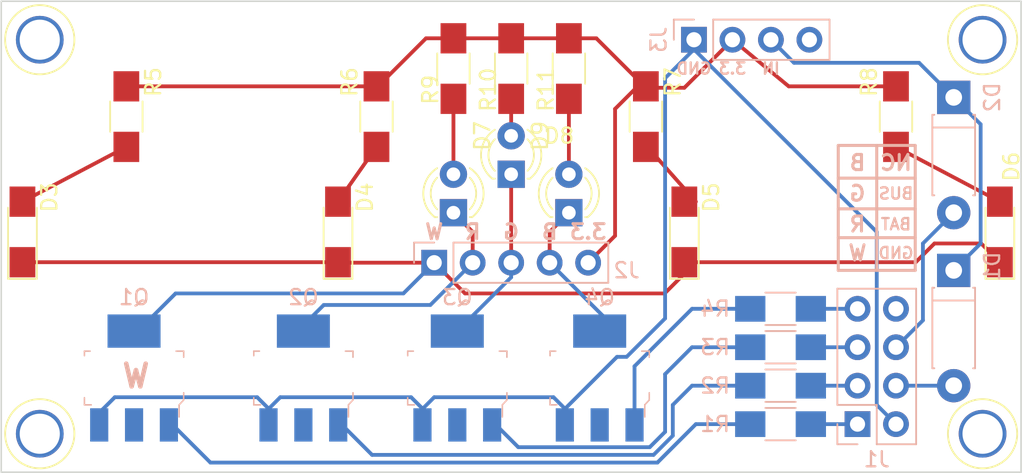
<source format=kicad_pcb>
(kicad_pcb (version 4) (host pcbnew 4.0.7)

  (general
    (links 43)
    (no_connects 0)
    (area 19.126999 12.268999 86.537001 43.484001)
    (thickness 1.6)
    (drawings 29)
    (tracks 107)
    (zones 0)
    (modules 31)
    (nets 31)
  )

  (page A4)
  (layers
    (0 F.Cu signal)
    (31 B.Cu signal)
    (32 B.Adhes user)
    (33 F.Adhes user)
    (34 B.Paste user)
    (35 F.Paste user)
    (36 B.SilkS user)
    (37 F.SilkS user)
    (38 B.Mask user)
    (39 F.Mask user)
    (40 Dwgs.User user)
    (41 Cmts.User user)
    (42 Eco1.User user)
    (43 Eco2.User user)
    (44 Edge.Cuts user)
    (45 Margin user)
    (46 B.CrtYd user)
    (47 F.CrtYd user)
    (48 B.Fab user)
    (49 F.Fab user)
  )

  (setup
    (last_trace_width 0.25)
    (trace_clearance 0.2)
    (zone_clearance 0.508)
    (zone_45_only no)
    (trace_min 0.2)
    (segment_width 0.2)
    (edge_width 0.1)
    (via_size 0.6)
    (via_drill 0.4)
    (via_min_size 0.4)
    (via_min_drill 0.3)
    (uvia_size 0.3)
    (uvia_drill 0.1)
    (uvias_allowed no)
    (uvia_min_size 0.2)
    (uvia_min_drill 0.1)
    (pcb_text_width 0.3)
    (pcb_text_size 1.5 1.5)
    (mod_edge_width 0.15)
    (mod_text_size 1 1)
    (mod_text_width 0.15)
    (pad_size 1.7 1.7)
    (pad_drill 1)
    (pad_to_mask_clearance 0)
    (aux_axis_origin 0 0)
    (grid_origin 12.192 12.319)
    (visible_elements FFFFFF7F)
    (pcbplotparams
      (layerselection 0x010f0_80000001)
      (usegerberextensions true)
      (excludeedgelayer true)
      (linewidth 0.100000)
      (plotframeref false)
      (viasonmask false)
      (mode 1)
      (useauxorigin false)
      (hpglpennumber 1)
      (hpglpenspeed 20)
      (hpglpendiameter 15)
      (hpglpenoverlay 2)
      (psnegative false)
      (psa4output false)
      (plotreference true)
      (plotvalue true)
      (plotinvisibletext false)
      (padsonsilk false)
      (subtractmaskfromsilk false)
      (outputformat 1)
      (mirror false)
      (drillshape 0)
      (scaleselection 1)
      (outputdirectory Gerber))
  )

  (net 0 "")
  (net 1 "Net-(D1-Pad1)")
  (net 2 "Net-(D1-Pad2)")
  (net 3 "Net-(D2-Pad2)")
  (net 4 "Net-(D3-Pad1)")
  (net 5 "Net-(D3-Pad2)")
  (net 6 "Net-(D4-Pad2)")
  (net 7 "Net-(D5-Pad2)")
  (net 8 "Net-(D6-Pad2)")
  (net 9 "Net-(D7-Pad1)")
  (net 10 "Net-(D7-Pad2)")
  (net 11 "Net-(D8-Pad1)")
  (net 12 "Net-(D8-Pad2)")
  (net 13 "Net-(D9-Pad1)")
  (net 14 "Net-(D9-Pad2)")
  (net 15 "Net-(J1-Pad1)")
  (net 16 "Net-(J1-Pad3)")
  (net 17 "Net-(J1-Pad5)")
  (net 18 "Net-(J1-Pad7)")
  (net 19 GND)
  (net 20 "Net-(J2-Pad5)")
  (net 21 "Net-(J3-Pad4)")
  (net 22 "Net-(J1-Pad8)")
  (net 23 "Net-(Q1-Pad1)")
  (net 24 "Net-(Q2-Pad1)")
  (net 25 "Net-(Q3-Pad1)")
  (net 26 "Net-(Q4-Pad1)")
  (net 27 "Net-(Q1-Pad2)")
  (net 28 "Net-(Q2-Pad2)")
  (net 29 "Net-(Q3-Pad2)")
  (net 30 "Net-(Q4-Pad2)")

  (net_class Default "This is the default net class."
    (clearance 0.2)
    (trace_width 0.25)
    (via_dia 0.6)
    (via_drill 0.4)
    (uvia_dia 0.3)
    (uvia_drill 0.1)
    (add_net GND)
    (add_net "Net-(D1-Pad1)")
    (add_net "Net-(D1-Pad2)")
    (add_net "Net-(D2-Pad2)")
    (add_net "Net-(D3-Pad1)")
    (add_net "Net-(D3-Pad2)")
    (add_net "Net-(D4-Pad2)")
    (add_net "Net-(D5-Pad2)")
    (add_net "Net-(D6-Pad2)")
    (add_net "Net-(D7-Pad1)")
    (add_net "Net-(D7-Pad2)")
    (add_net "Net-(D8-Pad1)")
    (add_net "Net-(D8-Pad2)")
    (add_net "Net-(D9-Pad1)")
    (add_net "Net-(D9-Pad2)")
    (add_net "Net-(J1-Pad1)")
    (add_net "Net-(J1-Pad3)")
    (add_net "Net-(J1-Pad5)")
    (add_net "Net-(J1-Pad7)")
    (add_net "Net-(J1-Pad8)")
    (add_net "Net-(J2-Pad5)")
    (add_net "Net-(J3-Pad4)")
    (add_net "Net-(Q1-Pad1)")
    (add_net "Net-(Q1-Pad2)")
    (add_net "Net-(Q2-Pad1)")
    (add_net "Net-(Q2-Pad2)")
    (add_net "Net-(Q3-Pad1)")
    (add_net "Net-(Q3-Pad2)")
    (add_net "Net-(Q4-Pad1)")
    (add_net "Net-(Q4-Pad2)")
  )

  (module Pin_Headers:Pin_Header_Straight_2x04_Pitch2.54mm (layer B.Cu) (tedit 5B16FF8B) (tstamp 5B16F8A5)
    (at 75.692 40.259)
    (descr "Through hole straight pin header, 2x04, 2.54mm pitch, double rows")
    (tags "Through hole pin header THT 2x04 2.54mm double row")
    (path /5B17587E)
    (fp_text reference J1 (at 1.27 2.33) (layer B.SilkS)
      (effects (font (size 1 1) (thickness 0.15)) (justify mirror))
    )
    (fp_text value INPUT (at 6.35 -8.89) (layer B.Fab)
      (effects (font (size 1 1) (thickness 0.15)) (justify mirror))
    )
    (fp_line (start 0 1.27) (end 3.81 1.27) (layer B.Fab) (width 0.1))
    (fp_line (start 3.81 1.27) (end 3.81 -8.89) (layer B.Fab) (width 0.1))
    (fp_line (start 3.81 -8.89) (end -1.27 -8.89) (layer B.Fab) (width 0.1))
    (fp_line (start -1.27 -8.89) (end -1.27 0) (layer B.Fab) (width 0.1))
    (fp_line (start -1.27 0) (end 0 1.27) (layer B.Fab) (width 0.1))
    (fp_line (start -1.33 -8.95) (end 3.87 -8.95) (layer B.SilkS) (width 0.12))
    (fp_line (start -1.33 -1.27) (end -1.33 -8.95) (layer B.SilkS) (width 0.12))
    (fp_line (start 3.87 1.33) (end 3.87 -8.95) (layer B.SilkS) (width 0.12))
    (fp_line (start -1.33 -1.27) (end 1.27 -1.27) (layer B.SilkS) (width 0.12))
    (fp_line (start 1.27 -1.27) (end 1.27 1.33) (layer B.SilkS) (width 0.12))
    (fp_line (start 1.27 1.33) (end 3.87 1.33) (layer B.SilkS) (width 0.12))
    (fp_line (start -1.33 0) (end -1.33 1.33) (layer B.SilkS) (width 0.12))
    (fp_line (start -1.33 1.33) (end 0 1.33) (layer B.SilkS) (width 0.12))
    (fp_line (start -1.8 1.8) (end -1.8 -9.4) (layer B.CrtYd) (width 0.05))
    (fp_line (start -1.8 -9.4) (end 4.35 -9.4) (layer B.CrtYd) (width 0.05))
    (fp_line (start 4.35 -9.4) (end 4.35 1.8) (layer B.CrtYd) (width 0.05))
    (fp_line (start 4.35 1.8) (end -1.8 1.8) (layer B.CrtYd) (width 0.05))
    (fp_text user %R (at 1.27 -3.81 270) (layer B.Fab)
      (effects (font (size 1 1) (thickness 0.15)) (justify mirror))
    )
    (pad 1 thru_hole rect (at 0 0) (size 1.7 1.7) (drill 1) (layers *.Cu *.Mask)
      (net 15 "Net-(J1-Pad1)"))
    (pad 2 thru_hole oval (at 2.54 0) (size 1.7 1.7) (drill 1) (layers *.Cu *.Mask)
      (net 19 GND))
    (pad 3 thru_hole oval (at 0 -2.54) (size 1.7 1.7) (drill 1) (layers *.Cu *.Mask)
      (net 16 "Net-(J1-Pad3)"))
    (pad 4 thru_hole oval (at 2.54 -2.54) (size 1.7 1.7) (drill 1) (layers *.Cu *.Mask)
      (net 2 "Net-(D1-Pad2)"))
    (pad 5 thru_hole oval (at 0 -5.08) (size 1.7 1.7) (drill 1) (layers *.Cu *.Mask)
      (net 17 "Net-(J1-Pad5)"))
    (pad 6 thru_hole oval (at 2.54 -5.08) (size 1.7 1.7) (drill 1) (layers *.Cu *.Mask)
      (net 3 "Net-(D2-Pad2)"))
    (pad 7 thru_hole oval (at 0 -7.62) (size 1.7 1.7) (drill 1) (layers *.Cu *.Mask)
      (net 18 "Net-(J1-Pad7)"))
    (pad 8 thru_hole oval (at 2.54 -7.62) (size 1.7 1.7) (drill 1) (layers *.Cu *.Mask)
      (net 22 "Net-(J1-Pad8)"))
    (model ${KISYS3DMOD}/Pin_Headers.3dshapes/Pin_Header_Straight_2x04_Pitch2.54mm.wrl
      (at (xyz 0 0 0))
      (scale (xyz 1 1 1))
      (rotate (xyz 0 0 0))
    )
  )

  (module Pin_Headers:Pin_Header_Straight_1x05_Pitch2.54mm (layer B.Cu) (tedit 5B2093D3) (tstamp 5B16F8AE)
    (at 47.752 29.591 270)
    (descr "Through hole straight pin header, 1x05, 2.54mm pitch, single row")
    (tags "Through hole pin header THT 1x05 2.54mm single row")
    (path /5B16E12A)
    (fp_text reference J2 (at 0.508 -12.7 540) (layer B.SilkS)
      (effects (font (size 1 1) (thickness 0.15)) (justify mirror))
    )
    (fp_text value BUS (at 2.54 -5.08 540) (layer B.Fab)
      (effects (font (size 1 1) (thickness 0.15)) (justify mirror))
    )
    (fp_line (start -0.635 1.27) (end 1.27 1.27) (layer B.Fab) (width 0.1))
    (fp_line (start 1.27 1.27) (end 1.27 -11.43) (layer B.Fab) (width 0.1))
    (fp_line (start 1.27 -11.43) (end -1.27 -11.43) (layer B.Fab) (width 0.1))
    (fp_line (start -1.27 -11.43) (end -1.27 0.635) (layer B.Fab) (width 0.1))
    (fp_line (start -1.27 0.635) (end -0.635 1.27) (layer B.Fab) (width 0.1))
    (fp_line (start -1.33 -11.49) (end 1.33 -11.49) (layer B.SilkS) (width 0.12))
    (fp_line (start -1.33 -1.27) (end -1.33 -11.49) (layer B.SilkS) (width 0.12))
    (fp_line (start 1.33 -1.27) (end 1.33 -11.49) (layer B.SilkS) (width 0.12))
    (fp_line (start -1.33 -1.27) (end 1.33 -1.27) (layer B.SilkS) (width 0.12))
    (fp_line (start -1.33 0) (end -1.33 1.33) (layer B.SilkS) (width 0.12))
    (fp_line (start -1.33 1.33) (end 0 1.33) (layer B.SilkS) (width 0.12))
    (fp_line (start -1.8 1.8) (end -1.8 -11.95) (layer B.CrtYd) (width 0.05))
    (fp_line (start -1.8 -11.95) (end 1.8 -11.95) (layer B.CrtYd) (width 0.05))
    (fp_line (start 1.8 -11.95) (end 1.8 1.8) (layer B.CrtYd) (width 0.05))
    (fp_line (start 1.8 1.8) (end -1.8 1.8) (layer B.CrtYd) (width 0.05))
    (fp_text user %R (at 0 -3.81 540) (layer B.Fab)
      (effects (font (size 1 1) (thickness 0.15)) (justify mirror))
    )
    (pad 1 thru_hole rect (at 0 0 270) (size 1.7 1.7) (drill 1) (layers *.Cu *.Mask)
      (net 4 "Net-(D3-Pad1)"))
    (pad 2 thru_hole oval (at 0 -2.54 270) (size 1.7 1.7) (drill 1) (layers *.Cu *.Mask)
      (net 9 "Net-(D7-Pad1)"))
    (pad 3 thru_hole oval (at 0 -5.08 270) (size 1.7 1.7) (drill 1) (layers *.Cu *.Mask)
      (net 11 "Net-(D8-Pad1)"))
    (pad 4 thru_hole oval (at 0 -7.62 270) (size 1.7 1.7) (drill 1) (layers *.Cu *.Mask)
      (net 13 "Net-(D9-Pad1)"))
    (pad 5 thru_hole oval (at 0 -10.16 270) (size 1.7 1.7) (drill 1) (layers *.Cu *.Mask)
      (net 20 "Net-(J2-Pad5)"))
    (model ${KISYS3DMOD}/Pin_Headers.3dshapes/Pin_Header_Straight_1x05_Pitch2.54mm.wrl
      (at (xyz 0 0 0))
      (scale (xyz 1 1 1))
      (rotate (xyz 0 0 0))
    )
  )

  (module Pin_Headers:Pin_Header_Straight_1x04_Pitch2.54mm (layer B.Cu) (tedit 5B2094DC) (tstamp 5B16F8B6)
    (at 64.897 14.859 270)
    (descr "Through hole straight pin header, 1x04, 2.54mm pitch, single row")
    (tags "Through hole pin header THT 1x04 2.54mm single row")
    (path /5B16E1DD)
    (fp_text reference J3 (at 0 2.33 270) (layer B.SilkS)
      (effects (font (size 1 1) (thickness 0.15)) (justify mirror))
    )
    (fp_text value POWER_REG (at 3.81 -4.445 540) (layer B.Fab)
      (effects (font (size 1 1) (thickness 0.15)) (justify mirror))
    )
    (fp_line (start -0.635 1.27) (end 1.27 1.27) (layer B.Fab) (width 0.1))
    (fp_line (start 1.27 1.27) (end 1.27 -8.89) (layer B.Fab) (width 0.1))
    (fp_line (start 1.27 -8.89) (end -1.27 -8.89) (layer B.Fab) (width 0.1))
    (fp_line (start -1.27 -8.89) (end -1.27 0.635) (layer B.Fab) (width 0.1))
    (fp_line (start -1.27 0.635) (end -0.635 1.27) (layer B.Fab) (width 0.1))
    (fp_line (start -1.33 -8.95) (end 1.33 -8.95) (layer B.SilkS) (width 0.12))
    (fp_line (start -1.33 -1.27) (end -1.33 -8.95) (layer B.SilkS) (width 0.12))
    (fp_line (start 1.33 -1.27) (end 1.33 -8.95) (layer B.SilkS) (width 0.12))
    (fp_line (start -1.33 -1.27) (end 1.33 -1.27) (layer B.SilkS) (width 0.12))
    (fp_line (start -1.33 0) (end -1.33 1.33) (layer B.SilkS) (width 0.12))
    (fp_line (start -1.33 1.33) (end 0 1.33) (layer B.SilkS) (width 0.12))
    (fp_line (start -1.8 1.8) (end -1.8 -9.4) (layer B.CrtYd) (width 0.05))
    (fp_line (start -1.8 -9.4) (end 1.8 -9.4) (layer B.CrtYd) (width 0.05))
    (fp_line (start 1.8 -9.4) (end 1.8 1.8) (layer B.CrtYd) (width 0.05))
    (fp_line (start 1.8 1.8) (end -1.8 1.8) (layer B.CrtYd) (width 0.05))
    (fp_text user %R (at 0 -3.81 540) (layer B.Fab)
      (effects (font (size 1 1) (thickness 0.15)) (justify mirror))
    )
    (pad 1 thru_hole rect (at 0 0 270) (size 1.7 1.7) (drill 1) (layers *.Cu *.Mask)
      (net 19 GND))
    (pad 2 thru_hole oval (at 0 -2.54 270) (size 1.7 1.7) (drill 1) (layers *.Cu *.Mask)
      (net 20 "Net-(J2-Pad5)"))
    (pad 3 thru_hole oval (at 0 -5.08 270) (size 1.7 1.7) (drill 1) (layers *.Cu *.Mask)
      (net 1 "Net-(D1-Pad1)"))
    (pad 4 thru_hole oval (at 0 -7.62 270) (size 1.7 1.7) (drill 1) (layers *.Cu *.Mask)
      (net 21 "Net-(J3-Pad4)"))
    (model ${KISYS3DMOD}/Pin_Headers.3dshapes/Pin_Header_Straight_1x04_Pitch2.54mm.wrl
      (at (xyz 0 0 0))
      (scale (xyz 1 1 1))
      (rotate (xyz 0 0 0))
    )
  )

  (module Resistors_SMD:R_1206_HandSoldering (layer B.Cu) (tedit 5B1AA643) (tstamp 5B16F924)
    (at 70.612 40.259)
    (descr "Resistor SMD 1206, hand soldering")
    (tags "resistor 1206")
    (path /5B17258A)
    (attr smd)
    (fp_text reference R1 (at -4.318 0) (layer B.SilkS)
      (effects (font (size 1 1) (thickness 0.15)) (justify mirror))
    )
    (fp_text value 470 (at 0 -1.9) (layer B.Fab)
      (effects (font (size 1 1) (thickness 0.15)) (justify mirror))
    )
    (fp_text user %R (at 0 0) (layer B.Fab)
      (effects (font (size 0.7 0.7) (thickness 0.105)) (justify mirror))
    )
    (fp_line (start -1.6 -0.8) (end -1.6 0.8) (layer B.Fab) (width 0.1))
    (fp_line (start 1.6 -0.8) (end -1.6 -0.8) (layer B.Fab) (width 0.1))
    (fp_line (start 1.6 0.8) (end 1.6 -0.8) (layer B.Fab) (width 0.1))
    (fp_line (start -1.6 0.8) (end 1.6 0.8) (layer B.Fab) (width 0.1))
    (fp_line (start 1 -1.07) (end -1 -1.07) (layer B.SilkS) (width 0.12))
    (fp_line (start -1 1.07) (end 1 1.07) (layer B.SilkS) (width 0.12))
    (fp_line (start -3.25 1.11) (end 3.25 1.11) (layer B.CrtYd) (width 0.05))
    (fp_line (start -3.25 1.11) (end -3.25 -1.1) (layer B.CrtYd) (width 0.05))
    (fp_line (start 3.25 -1.1) (end 3.25 1.11) (layer B.CrtYd) (width 0.05))
    (fp_line (start 3.25 -1.1) (end -3.25 -1.1) (layer B.CrtYd) (width 0.05))
    (pad 1 smd rect (at -2 0) (size 2 1.7) (layers B.Cu B.Paste B.Mask)
      (net 23 "Net-(Q1-Pad1)"))
    (pad 2 smd rect (at 2 0) (size 2 1.7) (layers B.Cu B.Paste B.Mask)
      (net 15 "Net-(J1-Pad1)"))
    (model ${KISYS3DMOD}/Resistors_SMD.3dshapes/R_1206.wrl
      (at (xyz 0 0 0))
      (scale (xyz 1 1 1))
      (rotate (xyz 0 0 0))
    )
  )

  (module Resistors_SMD:R_1206_HandSoldering (layer B.Cu) (tedit 5B1AA64A) (tstamp 5B16F92A)
    (at 70.612 37.719 180)
    (descr "Resistor SMD 1206, hand soldering")
    (tags "resistor 1206")
    (path /5B16CDC0)
    (attr smd)
    (fp_text reference R2 (at 4.318 0 180) (layer B.SilkS)
      (effects (font (size 1 1) (thickness 0.15)) (justify mirror))
    )
    (fp_text value 470 (at 0 -1.9 180) (layer B.Fab)
      (effects (font (size 1 1) (thickness 0.15)) (justify mirror))
    )
    (fp_text user %R (at 0 0 180) (layer B.Fab)
      (effects (font (size 0.7 0.7) (thickness 0.105)) (justify mirror))
    )
    (fp_line (start -1.6 -0.8) (end -1.6 0.8) (layer B.Fab) (width 0.1))
    (fp_line (start 1.6 -0.8) (end -1.6 -0.8) (layer B.Fab) (width 0.1))
    (fp_line (start 1.6 0.8) (end 1.6 -0.8) (layer B.Fab) (width 0.1))
    (fp_line (start -1.6 0.8) (end 1.6 0.8) (layer B.Fab) (width 0.1))
    (fp_line (start 1 -1.07) (end -1 -1.07) (layer B.SilkS) (width 0.12))
    (fp_line (start -1 1.07) (end 1 1.07) (layer B.SilkS) (width 0.12))
    (fp_line (start -3.25 1.11) (end 3.25 1.11) (layer B.CrtYd) (width 0.05))
    (fp_line (start -3.25 1.11) (end -3.25 -1.1) (layer B.CrtYd) (width 0.05))
    (fp_line (start 3.25 -1.1) (end 3.25 1.11) (layer B.CrtYd) (width 0.05))
    (fp_line (start 3.25 -1.1) (end -3.25 -1.1) (layer B.CrtYd) (width 0.05))
    (pad 1 smd rect (at -2 0 180) (size 2 1.7) (layers B.Cu B.Paste B.Mask)
      (net 16 "Net-(J1-Pad3)"))
    (pad 2 smd rect (at 2 0 180) (size 2 1.7) (layers B.Cu B.Paste B.Mask)
      (net 24 "Net-(Q2-Pad1)"))
    (model ${KISYS3DMOD}/Resistors_SMD.3dshapes/R_1206.wrl
      (at (xyz 0 0 0))
      (scale (xyz 1 1 1))
      (rotate (xyz 0 0 0))
    )
  )

  (module Resistors_SMD:R_1206_HandSoldering (layer B.Cu) (tedit 5B1AA651) (tstamp 5B16F930)
    (at 70.612 35.179 180)
    (descr "Resistor SMD 1206, hand soldering")
    (tags "resistor 1206")
    (path /5B16CE7F)
    (attr smd)
    (fp_text reference R3 (at 4.318 0 180) (layer B.SilkS)
      (effects (font (size 1 1) (thickness 0.15)) (justify mirror))
    )
    (fp_text value 470 (at 0 -1.9 180) (layer B.Fab)
      (effects (font (size 1 1) (thickness 0.15)) (justify mirror))
    )
    (fp_text user %R (at 0 0 180) (layer B.Fab)
      (effects (font (size 0.7 0.7) (thickness 0.105)) (justify mirror))
    )
    (fp_line (start -1.6 -0.8) (end -1.6 0.8) (layer B.Fab) (width 0.1))
    (fp_line (start 1.6 -0.8) (end -1.6 -0.8) (layer B.Fab) (width 0.1))
    (fp_line (start 1.6 0.8) (end 1.6 -0.8) (layer B.Fab) (width 0.1))
    (fp_line (start -1.6 0.8) (end 1.6 0.8) (layer B.Fab) (width 0.1))
    (fp_line (start 1 -1.07) (end -1 -1.07) (layer B.SilkS) (width 0.12))
    (fp_line (start -1 1.07) (end 1 1.07) (layer B.SilkS) (width 0.12))
    (fp_line (start -3.25 1.11) (end 3.25 1.11) (layer B.CrtYd) (width 0.05))
    (fp_line (start -3.25 1.11) (end -3.25 -1.1) (layer B.CrtYd) (width 0.05))
    (fp_line (start 3.25 -1.1) (end 3.25 1.11) (layer B.CrtYd) (width 0.05))
    (fp_line (start 3.25 -1.1) (end -3.25 -1.1) (layer B.CrtYd) (width 0.05))
    (pad 1 smd rect (at -2 0 180) (size 2 1.7) (layers B.Cu B.Paste B.Mask)
      (net 17 "Net-(J1-Pad5)"))
    (pad 2 smd rect (at 2 0 180) (size 2 1.7) (layers B.Cu B.Paste B.Mask)
      (net 25 "Net-(Q3-Pad1)"))
    (model ${KISYS3DMOD}/Resistors_SMD.3dshapes/R_1206.wrl
      (at (xyz 0 0 0))
      (scale (xyz 1 1 1))
      (rotate (xyz 0 0 0))
    )
  )

  (module Resistors_SMD:R_1206_HandSoldering (layer B.Cu) (tedit 5B1AA655) (tstamp 5B16F936)
    (at 70.612 32.639 180)
    (descr "Resistor SMD 1206, hand soldering")
    (tags "resistor 1206")
    (path /5B16CE2E)
    (attr smd)
    (fp_text reference R4 (at 4.318 0 180) (layer B.SilkS)
      (effects (font (size 1 1) (thickness 0.15)) (justify mirror))
    )
    (fp_text value 470 (at 0 -1.9 180) (layer B.Fab)
      (effects (font (size 1 1) (thickness 0.15)) (justify mirror))
    )
    (fp_text user %R (at 0 0 180) (layer B.Fab)
      (effects (font (size 0.7 0.7) (thickness 0.105)) (justify mirror))
    )
    (fp_line (start -1.6 -0.8) (end -1.6 0.8) (layer B.Fab) (width 0.1))
    (fp_line (start 1.6 -0.8) (end -1.6 -0.8) (layer B.Fab) (width 0.1))
    (fp_line (start 1.6 0.8) (end 1.6 -0.8) (layer B.Fab) (width 0.1))
    (fp_line (start -1.6 0.8) (end 1.6 0.8) (layer B.Fab) (width 0.1))
    (fp_line (start 1 -1.07) (end -1 -1.07) (layer B.SilkS) (width 0.12))
    (fp_line (start -1 1.07) (end 1 1.07) (layer B.SilkS) (width 0.12))
    (fp_line (start -3.25 1.11) (end 3.25 1.11) (layer B.CrtYd) (width 0.05))
    (fp_line (start -3.25 1.11) (end -3.25 -1.1) (layer B.CrtYd) (width 0.05))
    (fp_line (start 3.25 -1.1) (end 3.25 1.11) (layer B.CrtYd) (width 0.05))
    (fp_line (start 3.25 -1.1) (end -3.25 -1.1) (layer B.CrtYd) (width 0.05))
    (pad 1 smd rect (at -2 0 180) (size 2 1.7) (layers B.Cu B.Paste B.Mask)
      (net 18 "Net-(J1-Pad7)"))
    (pad 2 smd rect (at 2 0 180) (size 2 1.7) (layers B.Cu B.Paste B.Mask)
      (net 26 "Net-(Q4-Pad1)"))
    (model ${KISYS3DMOD}/Resistors_SMD.3dshapes/R_1206.wrl
      (at (xyz 0 0 0))
      (scale (xyz 1 1 1))
      (rotate (xyz 0 0 0))
    )
  )

  (module Resistors_SMD:R_1206_HandSoldering (layer F.Cu) (tedit 5B1AB7D3) (tstamp 5B16F93C)
    (at 27.432 19.939 270)
    (descr "Resistor SMD 1206, hand soldering")
    (tags "resistor 1206")
    (path /5B16BF9F)
    (attr smd)
    (fp_text reference R5 (at -2.286 -1.778 270) (layer F.SilkS)
      (effects (font (size 1 1) (thickness 0.15)))
    )
    (fp_text value 6.8 (at 0.762 -1.778 270) (layer F.Fab)
      (effects (font (size 1 1) (thickness 0.15)))
    )
    (fp_text user %R (at 0 0 270) (layer F.Fab)
      (effects (font (size 0.7 0.7) (thickness 0.105)))
    )
    (fp_line (start -1.6 0.8) (end -1.6 -0.8) (layer F.Fab) (width 0.1))
    (fp_line (start 1.6 0.8) (end -1.6 0.8) (layer F.Fab) (width 0.1))
    (fp_line (start 1.6 -0.8) (end 1.6 0.8) (layer F.Fab) (width 0.1))
    (fp_line (start -1.6 -0.8) (end 1.6 -0.8) (layer F.Fab) (width 0.1))
    (fp_line (start 1 1.07) (end -1 1.07) (layer F.SilkS) (width 0.12))
    (fp_line (start -1 -1.07) (end 1 -1.07) (layer F.SilkS) (width 0.12))
    (fp_line (start -3.25 -1.11) (end 3.25 -1.11) (layer F.CrtYd) (width 0.05))
    (fp_line (start -3.25 -1.11) (end -3.25 1.1) (layer F.CrtYd) (width 0.05))
    (fp_line (start 3.25 1.1) (end 3.25 -1.11) (layer F.CrtYd) (width 0.05))
    (fp_line (start 3.25 1.1) (end -3.25 1.1) (layer F.CrtYd) (width 0.05))
    (pad 1 smd rect (at -2 0 270) (size 2 1.7) (layers F.Cu F.Paste F.Mask)
      (net 20 "Net-(J2-Pad5)"))
    (pad 2 smd rect (at 2 0 270) (size 2 1.7) (layers F.Cu F.Paste F.Mask)
      (net 5 "Net-(D3-Pad2)"))
    (model ${KISYS3DMOD}/Resistors_SMD.3dshapes/R_1206.wrl
      (at (xyz 0 0 0))
      (scale (xyz 1 1 1))
      (rotate (xyz 0 0 0))
    )
  )

  (module Resistors_SMD:R_1206_HandSoldering (layer F.Cu) (tedit 5B1AB7F7) (tstamp 5B16F942)
    (at 43.942 19.939 270)
    (descr "Resistor SMD 1206, hand soldering")
    (tags "resistor 1206")
    (path /5B16C055)
    (attr smd)
    (fp_text reference R6 (at -2.286 1.778 270) (layer F.SilkS)
      (effects (font (size 1 1) (thickness 0.15)))
    )
    (fp_text value 6.8 (at 0.762 1.778 270) (layer F.Fab)
      (effects (font (size 1 1) (thickness 0.15)))
    )
    (fp_text user %R (at 0 0 270) (layer F.Fab)
      (effects (font (size 0.7 0.7) (thickness 0.105)))
    )
    (fp_line (start -1.6 0.8) (end -1.6 -0.8) (layer F.Fab) (width 0.1))
    (fp_line (start 1.6 0.8) (end -1.6 0.8) (layer F.Fab) (width 0.1))
    (fp_line (start 1.6 -0.8) (end 1.6 0.8) (layer F.Fab) (width 0.1))
    (fp_line (start -1.6 -0.8) (end 1.6 -0.8) (layer F.Fab) (width 0.1))
    (fp_line (start 1 1.07) (end -1 1.07) (layer F.SilkS) (width 0.12))
    (fp_line (start -1 -1.07) (end 1 -1.07) (layer F.SilkS) (width 0.12))
    (fp_line (start -3.25 -1.11) (end 3.25 -1.11) (layer F.CrtYd) (width 0.05))
    (fp_line (start -3.25 -1.11) (end -3.25 1.1) (layer F.CrtYd) (width 0.05))
    (fp_line (start 3.25 1.1) (end 3.25 -1.11) (layer F.CrtYd) (width 0.05))
    (fp_line (start 3.25 1.1) (end -3.25 1.1) (layer F.CrtYd) (width 0.05))
    (pad 1 smd rect (at -2 0 270) (size 2 1.7) (layers F.Cu F.Paste F.Mask)
      (net 20 "Net-(J2-Pad5)"))
    (pad 2 smd rect (at 2 0 270) (size 2 1.7) (layers F.Cu F.Paste F.Mask)
      (net 6 "Net-(D4-Pad2)"))
    (model ${KISYS3DMOD}/Resistors_SMD.3dshapes/R_1206.wrl
      (at (xyz 0 0 0))
      (scale (xyz 1 1 1))
      (rotate (xyz 0 0 0))
    )
  )

  (module Resistors_SMD:R_1206_HandSoldering (layer F.Cu) (tedit 5B1AB809) (tstamp 5B16F948)
    (at 61.722 19.939 270)
    (descr "Resistor SMD 1206, hand soldering")
    (tags "resistor 1206")
    (path /5B16C080)
    (attr smd)
    (fp_text reference R7 (at -2.286 -1.778 270) (layer F.SilkS)
      (effects (font (size 1 1) (thickness 0.15)))
    )
    (fp_text value 6.8 (at 0.762 -1.778 270) (layer F.Fab)
      (effects (font (size 1 1) (thickness 0.15)))
    )
    (fp_text user %R (at 0 0 270) (layer F.Fab)
      (effects (font (size 0.7 0.7) (thickness 0.105)))
    )
    (fp_line (start -1.6 0.8) (end -1.6 -0.8) (layer F.Fab) (width 0.1))
    (fp_line (start 1.6 0.8) (end -1.6 0.8) (layer F.Fab) (width 0.1))
    (fp_line (start 1.6 -0.8) (end 1.6 0.8) (layer F.Fab) (width 0.1))
    (fp_line (start -1.6 -0.8) (end 1.6 -0.8) (layer F.Fab) (width 0.1))
    (fp_line (start 1 1.07) (end -1 1.07) (layer F.SilkS) (width 0.12))
    (fp_line (start -1 -1.07) (end 1 -1.07) (layer F.SilkS) (width 0.12))
    (fp_line (start -3.25 -1.11) (end 3.25 -1.11) (layer F.CrtYd) (width 0.05))
    (fp_line (start -3.25 -1.11) (end -3.25 1.1) (layer F.CrtYd) (width 0.05))
    (fp_line (start 3.25 1.1) (end 3.25 -1.11) (layer F.CrtYd) (width 0.05))
    (fp_line (start 3.25 1.1) (end -3.25 1.1) (layer F.CrtYd) (width 0.05))
    (pad 1 smd rect (at -2 0 270) (size 2 1.7) (layers F.Cu F.Paste F.Mask)
      (net 20 "Net-(J2-Pad5)"))
    (pad 2 smd rect (at 2 0 270) (size 2 1.7) (layers F.Cu F.Paste F.Mask)
      (net 7 "Net-(D5-Pad2)"))
    (model ${KISYS3DMOD}/Resistors_SMD.3dshapes/R_1206.wrl
      (at (xyz 0 0 0))
      (scale (xyz 1 1 1))
      (rotate (xyz 0 0 0))
    )
  )

  (module Resistors_SMD:R_1206_HandSoldering (layer F.Cu) (tedit 5B1AB823) (tstamp 5B16F94E)
    (at 78.232 19.939 270)
    (descr "Resistor SMD 1206, hand soldering")
    (tags "resistor 1206")
    (path /5B16C12A)
    (attr smd)
    (fp_text reference R8 (at -2.286 1.778 270) (layer F.SilkS)
      (effects (font (size 1 1) (thickness 0.15)))
    )
    (fp_text value 6.8 (at 0.762 1.778 270) (layer F.Fab)
      (effects (font (size 1 1) (thickness 0.15)))
    )
    (fp_text user %R (at 0 0 270) (layer F.Fab)
      (effects (font (size 0.7 0.7) (thickness 0.105)))
    )
    (fp_line (start -1.6 0.8) (end -1.6 -0.8) (layer F.Fab) (width 0.1))
    (fp_line (start 1.6 0.8) (end -1.6 0.8) (layer F.Fab) (width 0.1))
    (fp_line (start 1.6 -0.8) (end 1.6 0.8) (layer F.Fab) (width 0.1))
    (fp_line (start -1.6 -0.8) (end 1.6 -0.8) (layer F.Fab) (width 0.1))
    (fp_line (start 1 1.07) (end -1 1.07) (layer F.SilkS) (width 0.12))
    (fp_line (start -1 -1.07) (end 1 -1.07) (layer F.SilkS) (width 0.12))
    (fp_line (start -3.25 -1.11) (end 3.25 -1.11) (layer F.CrtYd) (width 0.05))
    (fp_line (start -3.25 -1.11) (end -3.25 1.1) (layer F.CrtYd) (width 0.05))
    (fp_line (start 3.25 1.1) (end 3.25 -1.11) (layer F.CrtYd) (width 0.05))
    (fp_line (start 3.25 1.1) (end -3.25 1.1) (layer F.CrtYd) (width 0.05))
    (pad 1 smd rect (at -2 0 270) (size 2 1.7) (layers F.Cu F.Paste F.Mask)
      (net 20 "Net-(J2-Pad5)"))
    (pad 2 smd rect (at 2 0 270) (size 2 1.7) (layers F.Cu F.Paste F.Mask)
      (net 8 "Net-(D6-Pad2)"))
    (model ${KISYS3DMOD}/Resistors_SMD.3dshapes/R_1206.wrl
      (at (xyz 0 0 0))
      (scale (xyz 1 1 1))
      (rotate (xyz 0 0 0))
    )
  )

  (module Resistors_SMD:R_1206_HandSoldering (layer F.Cu) (tedit 5B1AA813) (tstamp 5B16F954)
    (at 49.022 16.764 270)
    (descr "Resistor SMD 1206, hand soldering")
    (tags "resistor 1206")
    (path /5B16C594)
    (attr smd)
    (fp_text reference R9 (at 1.397 1.524 270) (layer F.SilkS)
      (effects (font (size 1 1) (thickness 0.15)))
    )
    (fp_text value 10 (at -1.397 1.524 270) (layer F.Fab)
      (effects (font (size 1 1) (thickness 0.15)))
    )
    (fp_text user %R (at 0 0 270) (layer F.Fab)
      (effects (font (size 0.7 0.7) (thickness 0.105)))
    )
    (fp_line (start -1.6 0.8) (end -1.6 -0.8) (layer F.Fab) (width 0.1))
    (fp_line (start 1.6 0.8) (end -1.6 0.8) (layer F.Fab) (width 0.1))
    (fp_line (start 1.6 -0.8) (end 1.6 0.8) (layer F.Fab) (width 0.1))
    (fp_line (start -1.6 -0.8) (end 1.6 -0.8) (layer F.Fab) (width 0.1))
    (fp_line (start 1 1.07) (end -1 1.07) (layer F.SilkS) (width 0.12))
    (fp_line (start -1 -1.07) (end 1 -1.07) (layer F.SilkS) (width 0.12))
    (fp_line (start -3.25 -1.11) (end 3.25 -1.11) (layer F.CrtYd) (width 0.05))
    (fp_line (start -3.25 -1.11) (end -3.25 1.1) (layer F.CrtYd) (width 0.05))
    (fp_line (start 3.25 1.1) (end 3.25 -1.11) (layer F.CrtYd) (width 0.05))
    (fp_line (start 3.25 1.1) (end -3.25 1.1) (layer F.CrtYd) (width 0.05))
    (pad 1 smd rect (at -2 0 270) (size 2 1.7) (layers F.Cu F.Paste F.Mask)
      (net 20 "Net-(J2-Pad5)"))
    (pad 2 smd rect (at 2 0 270) (size 2 1.7) (layers F.Cu F.Paste F.Mask)
      (net 10 "Net-(D7-Pad2)"))
    (model ${KISYS3DMOD}/Resistors_SMD.3dshapes/R_1206.wrl
      (at (xyz 0 0 0))
      (scale (xyz 1 1 1))
      (rotate (xyz 0 0 0))
    )
  )

  (module Resistors_SMD:R_1206_HandSoldering (layer F.Cu) (tedit 5B1AA818) (tstamp 5B16F95A)
    (at 52.832 16.764 270)
    (descr "Resistor SMD 1206, hand soldering")
    (tags "resistor 1206")
    (path /5B16C5D1)
    (attr smd)
    (fp_text reference R10 (at 1.397 1.524 270) (layer F.SilkS)
      (effects (font (size 1 1) (thickness 0.15)))
    )
    (fp_text value 10 (at -1.397 1.524 270) (layer F.Fab)
      (effects (font (size 1 1) (thickness 0.15)))
    )
    (fp_text user %R (at 0 0 270) (layer F.Fab)
      (effects (font (size 0.7 0.7) (thickness 0.105)))
    )
    (fp_line (start -1.6 0.8) (end -1.6 -0.8) (layer F.Fab) (width 0.1))
    (fp_line (start 1.6 0.8) (end -1.6 0.8) (layer F.Fab) (width 0.1))
    (fp_line (start 1.6 -0.8) (end 1.6 0.8) (layer F.Fab) (width 0.1))
    (fp_line (start -1.6 -0.8) (end 1.6 -0.8) (layer F.Fab) (width 0.1))
    (fp_line (start 1 1.07) (end -1 1.07) (layer F.SilkS) (width 0.12))
    (fp_line (start -1 -1.07) (end 1 -1.07) (layer F.SilkS) (width 0.12))
    (fp_line (start -3.25 -1.11) (end 3.25 -1.11) (layer F.CrtYd) (width 0.05))
    (fp_line (start -3.25 -1.11) (end -3.25 1.1) (layer F.CrtYd) (width 0.05))
    (fp_line (start 3.25 1.1) (end 3.25 -1.11) (layer F.CrtYd) (width 0.05))
    (fp_line (start 3.25 1.1) (end -3.25 1.1) (layer F.CrtYd) (width 0.05))
    (pad 1 smd rect (at -2 0 270) (size 2 1.7) (layers F.Cu F.Paste F.Mask)
      (net 20 "Net-(J2-Pad5)"))
    (pad 2 smd rect (at 2 0 270) (size 2 1.7) (layers F.Cu F.Paste F.Mask)
      (net 12 "Net-(D8-Pad2)"))
    (model ${KISYS3DMOD}/Resistors_SMD.3dshapes/R_1206.wrl
      (at (xyz 0 0 0))
      (scale (xyz 1 1 1))
      (rotate (xyz 0 0 0))
    )
  )

  (module Resistors_SMD:R_1206_HandSoldering (layer F.Cu) (tedit 5B1AA81E) (tstamp 5B16F960)
    (at 56.642 16.764 270)
    (descr "Resistor SMD 1206, hand soldering")
    (tags "resistor 1206")
    (path /5B16C60F)
    (attr smd)
    (fp_text reference R11 (at 1.397 1.524 270) (layer F.SilkS)
      (effects (font (size 1 1) (thickness 0.15)))
    )
    (fp_text value 6.8 (at -1.397 1.524 270) (layer F.Fab)
      (effects (font (size 1 1) (thickness 0.15)))
    )
    (fp_text user %R (at 0 0 270) (layer F.Fab)
      (effects (font (size 0.7 0.7) (thickness 0.105)))
    )
    (fp_line (start -1.6 0.8) (end -1.6 -0.8) (layer F.Fab) (width 0.1))
    (fp_line (start 1.6 0.8) (end -1.6 0.8) (layer F.Fab) (width 0.1))
    (fp_line (start 1.6 -0.8) (end 1.6 0.8) (layer F.Fab) (width 0.1))
    (fp_line (start -1.6 -0.8) (end 1.6 -0.8) (layer F.Fab) (width 0.1))
    (fp_line (start 1 1.07) (end -1 1.07) (layer F.SilkS) (width 0.12))
    (fp_line (start -1 -1.07) (end 1 -1.07) (layer F.SilkS) (width 0.12))
    (fp_line (start -3.25 -1.11) (end 3.25 -1.11) (layer F.CrtYd) (width 0.05))
    (fp_line (start -3.25 -1.11) (end -3.25 1.1) (layer F.CrtYd) (width 0.05))
    (fp_line (start 3.25 1.1) (end 3.25 -1.11) (layer F.CrtYd) (width 0.05))
    (fp_line (start 3.25 1.1) (end -3.25 1.1) (layer F.CrtYd) (width 0.05))
    (pad 1 smd rect (at -2 0 270) (size 2 1.7) (layers F.Cu F.Paste F.Mask)
      (net 20 "Net-(J2-Pad5)"))
    (pad 2 smd rect (at 2 0 270) (size 2 1.7) (layers F.Cu F.Paste F.Mask)
      (net 14 "Net-(D9-Pad2)"))
    (model ${KISYS3DMOD}/Resistors_SMD.3dshapes/R_1206.wrl
      (at (xyz 0 0 0))
      (scale (xyz 1 1 1))
      (rotate (xyz 0 0 0))
    )
  )

  (module LEDs:LED_D3.0mm (layer F.Cu) (tedit 5B1AA6BB) (tstamp 5B16F88D)
    (at 49.022 26.289 90)
    (descr "LED, diameter 3.0mm, 2 pins")
    (tags "LED diameter 3.0mm 2 pins")
    (path /5B16C3CE)
    (fp_text reference D7 (at 5.08 1.905 90) (layer F.SilkS)
      (effects (font (size 1 1) (thickness 0.15)))
    )
    (fp_text value "LED RED" (at 1.524 -3.048 270) (layer F.Fab)
      (effects (font (size 1 1) (thickness 0.15)))
    )
    (fp_arc (start 1.27 0) (end -0.23 -1.16619) (angle 284.3) (layer F.Fab) (width 0.1))
    (fp_arc (start 1.27 0) (end -0.29 -1.235516) (angle 108.8) (layer F.SilkS) (width 0.12))
    (fp_arc (start 1.27 0) (end -0.29 1.235516) (angle -108.8) (layer F.SilkS) (width 0.12))
    (fp_arc (start 1.27 0) (end 0.229039 -1.08) (angle 87.9) (layer F.SilkS) (width 0.12))
    (fp_arc (start 1.27 0) (end 0.229039 1.08) (angle -87.9) (layer F.SilkS) (width 0.12))
    (fp_circle (center 1.27 0) (end 2.77 0) (layer F.Fab) (width 0.1))
    (fp_line (start -0.23 -1.16619) (end -0.23 1.16619) (layer F.Fab) (width 0.1))
    (fp_line (start -0.29 -1.236) (end -0.29 -1.08) (layer F.SilkS) (width 0.12))
    (fp_line (start -0.29 1.08) (end -0.29 1.236) (layer F.SilkS) (width 0.12))
    (fp_line (start -1.15 -2.25) (end -1.15 2.25) (layer F.CrtYd) (width 0.05))
    (fp_line (start -1.15 2.25) (end 3.7 2.25) (layer F.CrtYd) (width 0.05))
    (fp_line (start 3.7 2.25) (end 3.7 -2.25) (layer F.CrtYd) (width 0.05))
    (fp_line (start 3.7 -2.25) (end -1.15 -2.25) (layer F.CrtYd) (width 0.05))
    (pad 1 thru_hole rect (at 0 0 90) (size 1.8 1.8) (drill 0.9) (layers *.Cu *.Mask)
      (net 9 "Net-(D7-Pad1)"))
    (pad 2 thru_hole circle (at 2.54 0 90) (size 1.8 1.8) (drill 0.9) (layers *.Cu *.Mask)
      (net 10 "Net-(D7-Pad2)"))
    (model ${KISYS3DMOD}/LEDs.3dshapes/LED_D3.0mm.wrl
      (at (xyz 0 0 0))
      (scale (xyz 0.393701 0.393701 0.393701))
      (rotate (xyz 0 0 0))
    )
  )

  (module LEDs:LED_D3.0mm (layer F.Cu) (tedit 5B1AA6CB) (tstamp 5B16F893)
    (at 52.832 23.749 90)
    (descr "LED, diameter 3.0mm, 2 pins")
    (tags "LED diameter 3.0mm 2 pins")
    (path /5B16C4C5)
    (fp_text reference D8 (at 2.54 3.175 180) (layer F.SilkS)
      (effects (font (size 1 1) (thickness 0.15)))
    )
    (fp_text value "LED GREEN" (at 1.27 0 180) (layer F.Fab)
      (effects (font (size 1 1) (thickness 0.15)))
    )
    (fp_arc (start 1.27 0) (end -0.23 -1.16619) (angle 284.3) (layer F.Fab) (width 0.1))
    (fp_arc (start 1.27 0) (end -0.29 -1.235516) (angle 108.8) (layer F.SilkS) (width 0.12))
    (fp_arc (start 1.27 0) (end -0.29 1.235516) (angle -108.8) (layer F.SilkS) (width 0.12))
    (fp_arc (start 1.27 0) (end 0.229039 -1.08) (angle 87.9) (layer F.SilkS) (width 0.12))
    (fp_arc (start 1.27 0) (end 0.229039 1.08) (angle -87.9) (layer F.SilkS) (width 0.12))
    (fp_circle (center 1.27 0) (end 2.77 0) (layer F.Fab) (width 0.1))
    (fp_line (start -0.23 -1.16619) (end -0.23 1.16619) (layer F.Fab) (width 0.1))
    (fp_line (start -0.29 -1.236) (end -0.29 -1.08) (layer F.SilkS) (width 0.12))
    (fp_line (start -0.29 1.08) (end -0.29 1.236) (layer F.SilkS) (width 0.12))
    (fp_line (start -1.15 -2.25) (end -1.15 2.25) (layer F.CrtYd) (width 0.05))
    (fp_line (start -1.15 2.25) (end 3.7 2.25) (layer F.CrtYd) (width 0.05))
    (fp_line (start 3.7 2.25) (end 3.7 -2.25) (layer F.CrtYd) (width 0.05))
    (fp_line (start 3.7 -2.25) (end -1.15 -2.25) (layer F.CrtYd) (width 0.05))
    (pad 1 thru_hole rect (at 0 0 90) (size 1.8 1.8) (drill 0.9) (layers *.Cu *.Mask)
      (net 11 "Net-(D8-Pad1)"))
    (pad 2 thru_hole circle (at 2.54 0 90) (size 1.8 1.8) (drill 0.9) (layers *.Cu *.Mask)
      (net 12 "Net-(D8-Pad2)"))
    (model ${KISYS3DMOD}/LEDs.3dshapes/LED_D3.0mm.wrl
      (at (xyz 0 0 0))
      (scale (xyz 0.393701 0.393701 0.393701))
      (rotate (xyz 0 0 0))
    )
  )

  (module LEDs:LED_D3.0mm (layer F.Cu) (tedit 5B1AA6CF) (tstamp 5B16F899)
    (at 56.642 26.289 90)
    (descr "LED, diameter 3.0mm, 2 pins")
    (tags "LED diameter 3.0mm 2 pins")
    (path /5B16C506)
    (fp_text reference D9 (at 5.08 -1.905 90) (layer F.SilkS)
      (effects (font (size 1 1) (thickness 0.15)))
    )
    (fp_text value "LED BLUE" (at 2.286 3.048 90) (layer F.Fab)
      (effects (font (size 1 1) (thickness 0.15)))
    )
    (fp_arc (start 1.27 0) (end -0.23 -1.16619) (angle 284.3) (layer F.Fab) (width 0.1))
    (fp_arc (start 1.27 0) (end -0.29 -1.235516) (angle 108.8) (layer F.SilkS) (width 0.12))
    (fp_arc (start 1.27 0) (end -0.29 1.235516) (angle -108.8) (layer F.SilkS) (width 0.12))
    (fp_arc (start 1.27 0) (end 0.229039 -1.08) (angle 87.9) (layer F.SilkS) (width 0.12))
    (fp_arc (start 1.27 0) (end 0.229039 1.08) (angle -87.9) (layer F.SilkS) (width 0.12))
    (fp_circle (center 1.27 0) (end 2.77 0) (layer F.Fab) (width 0.1))
    (fp_line (start -0.23 -1.16619) (end -0.23 1.16619) (layer F.Fab) (width 0.1))
    (fp_line (start -0.29 -1.236) (end -0.29 -1.08) (layer F.SilkS) (width 0.12))
    (fp_line (start -0.29 1.08) (end -0.29 1.236) (layer F.SilkS) (width 0.12))
    (fp_line (start -1.15 -2.25) (end -1.15 2.25) (layer F.CrtYd) (width 0.05))
    (fp_line (start -1.15 2.25) (end 3.7 2.25) (layer F.CrtYd) (width 0.05))
    (fp_line (start 3.7 2.25) (end 3.7 -2.25) (layer F.CrtYd) (width 0.05))
    (fp_line (start 3.7 -2.25) (end -1.15 -2.25) (layer F.CrtYd) (width 0.05))
    (pad 1 thru_hole rect (at 0 0 90) (size 1.8 1.8) (drill 0.9) (layers *.Cu *.Mask)
      (net 13 "Net-(D9-Pad1)"))
    (pad 2 thru_hole circle (at 2.54 0 90) (size 1.8 1.8) (drill 0.9) (layers *.Cu *.Mask)
      (net 14 "Net-(D9-Pad2)"))
    (model ${KISYS3DMOD}/LEDs.3dshapes/LED_D3.0mm.wrl
      (at (xyz 0 0 0))
      (scale (xyz 0.393701 0.393701 0.393701))
      (rotate (xyz 0 0 0))
    )
  )

  (module LEDs:LED_1206_HandSoldering (layer F.Cu) (tedit 5B1AB82F) (tstamp 5B16F887)
    (at 85.09 27.559 90)
    (descr "LED SMD 1206, hand soldering")
    (tags "LED 1206")
    (path /5B16BEA0)
    (attr smd)
    (fp_text reference D6 (at 4.318 0.762 90) (layer F.SilkS)
      (effects (font (size 1 1) (thickness 0.15)))
    )
    (fp_text value L130-40 (at -4.318 0.762 90) (layer F.Fab)
      (effects (font (size 1 1) (thickness 0.15)))
    )
    (fp_line (start -3.1 -0.95) (end -3.1 0.95) (layer F.SilkS) (width 0.12))
    (fp_line (start -0.4 0) (end 0.2 -0.4) (layer F.Fab) (width 0.1))
    (fp_line (start 0.2 -0.4) (end 0.2 0.4) (layer F.Fab) (width 0.1))
    (fp_line (start 0.2 0.4) (end -0.4 0) (layer F.Fab) (width 0.1))
    (fp_line (start -0.45 -0.4) (end -0.45 0.4) (layer F.Fab) (width 0.1))
    (fp_line (start -1.6 0.8) (end -1.6 -0.8) (layer F.Fab) (width 0.1))
    (fp_line (start 1.6 0.8) (end -1.6 0.8) (layer F.Fab) (width 0.1))
    (fp_line (start 1.6 -0.8) (end 1.6 0.8) (layer F.Fab) (width 0.1))
    (fp_line (start -1.6 -0.8) (end 1.6 -0.8) (layer F.Fab) (width 0.1))
    (fp_line (start -3.1 0.95) (end 1.6 0.95) (layer F.SilkS) (width 0.12))
    (fp_line (start -3.1 -0.95) (end 1.6 -0.95) (layer F.SilkS) (width 0.12))
    (fp_line (start -3.25 -1.11) (end 3.25 -1.11) (layer F.CrtYd) (width 0.05))
    (fp_line (start -3.25 -1.11) (end -3.25 1.1) (layer F.CrtYd) (width 0.05))
    (fp_line (start 3.25 1.1) (end 3.25 -1.11) (layer F.CrtYd) (width 0.05))
    (fp_line (start 3.25 1.1) (end -3.25 1.1) (layer F.CrtYd) (width 0.05))
    (pad 1 smd rect (at -2 0 90) (size 2 1.7) (layers F.Cu F.Paste F.Mask)
      (net 4 "Net-(D3-Pad1)"))
    (pad 2 smd rect (at 2 0 90) (size 2 1.7) (layers F.Cu F.Paste F.Mask)
      (net 8 "Net-(D6-Pad2)"))
    (model ${KISYS3DMOD}/LEDs.3dshapes/LED_1206.wrl
      (at (xyz 0 0 0))
      (scale (xyz 1 1 1))
      (rotate (xyz 0 0 180))
    )
  )

  (module LEDs:LED_1206_HandSoldering (layer F.Cu) (tedit 5B1AB818) (tstamp 5B16F880)
    (at 64.262 27.559 90)
    (descr "LED SMD 1206, hand soldering")
    (tags "LED 1206")
    (path /5B16BE7B)
    (attr smd)
    (fp_text reference D5 (at 2.286 1.778 90) (layer F.SilkS)
      (effects (font (size 1 1) (thickness 0.15)))
    )
    (fp_text value L130-40 (at -0.762 1.778 90) (layer F.Fab)
      (effects (font (size 1 1) (thickness 0.15)))
    )
    (fp_line (start -3.1 -0.95) (end -3.1 0.95) (layer F.SilkS) (width 0.12))
    (fp_line (start -0.4 0) (end 0.2 -0.4) (layer F.Fab) (width 0.1))
    (fp_line (start 0.2 -0.4) (end 0.2 0.4) (layer F.Fab) (width 0.1))
    (fp_line (start 0.2 0.4) (end -0.4 0) (layer F.Fab) (width 0.1))
    (fp_line (start -0.45 -0.4) (end -0.45 0.4) (layer F.Fab) (width 0.1))
    (fp_line (start -1.6 0.8) (end -1.6 -0.8) (layer F.Fab) (width 0.1))
    (fp_line (start 1.6 0.8) (end -1.6 0.8) (layer F.Fab) (width 0.1))
    (fp_line (start 1.6 -0.8) (end 1.6 0.8) (layer F.Fab) (width 0.1))
    (fp_line (start -1.6 -0.8) (end 1.6 -0.8) (layer F.Fab) (width 0.1))
    (fp_line (start -3.1 0.95) (end 1.6 0.95) (layer F.SilkS) (width 0.12))
    (fp_line (start -3.1 -0.95) (end 1.6 -0.95) (layer F.SilkS) (width 0.12))
    (fp_line (start -3.25 -1.11) (end 3.25 -1.11) (layer F.CrtYd) (width 0.05))
    (fp_line (start -3.25 -1.11) (end -3.25 1.1) (layer F.CrtYd) (width 0.05))
    (fp_line (start 3.25 1.1) (end 3.25 -1.11) (layer F.CrtYd) (width 0.05))
    (fp_line (start 3.25 1.1) (end -3.25 1.1) (layer F.CrtYd) (width 0.05))
    (pad 1 smd rect (at -2 0 90) (size 2 1.7) (layers F.Cu F.Paste F.Mask)
      (net 4 "Net-(D3-Pad1)"))
    (pad 2 smd rect (at 2 0 90) (size 2 1.7) (layers F.Cu F.Paste F.Mask)
      (net 7 "Net-(D5-Pad2)"))
    (model ${KISYS3DMOD}/LEDs.3dshapes/LED_1206.wrl
      (at (xyz 0 0 0))
      (scale (xyz 1 1 1))
      (rotate (xyz 0 0 180))
    )
  )

  (module LEDs:LED_1206_HandSoldering (layer F.Cu) (tedit 5B1AB7E6) (tstamp 5B16F879)
    (at 41.402 27.559 90)
    (descr "LED SMD 1206, hand soldering")
    (tags "LED 1206")
    (path /5B16BDF2)
    (attr smd)
    (fp_text reference D4 (at 2.286 1.778 90) (layer F.SilkS)
      (effects (font (size 1 1) (thickness 0.15)))
    )
    (fp_text value L130-40 (at -0.762 1.778 90) (layer F.Fab)
      (effects (font (size 1 1) (thickness 0.15)))
    )
    (fp_line (start -3.1 -0.95) (end -3.1 0.95) (layer F.SilkS) (width 0.12))
    (fp_line (start -0.4 0) (end 0.2 -0.4) (layer F.Fab) (width 0.1))
    (fp_line (start 0.2 -0.4) (end 0.2 0.4) (layer F.Fab) (width 0.1))
    (fp_line (start 0.2 0.4) (end -0.4 0) (layer F.Fab) (width 0.1))
    (fp_line (start -0.45 -0.4) (end -0.45 0.4) (layer F.Fab) (width 0.1))
    (fp_line (start -1.6 0.8) (end -1.6 -0.8) (layer F.Fab) (width 0.1))
    (fp_line (start 1.6 0.8) (end -1.6 0.8) (layer F.Fab) (width 0.1))
    (fp_line (start 1.6 -0.8) (end 1.6 0.8) (layer F.Fab) (width 0.1))
    (fp_line (start -1.6 -0.8) (end 1.6 -0.8) (layer F.Fab) (width 0.1))
    (fp_line (start -3.1 0.95) (end 1.6 0.95) (layer F.SilkS) (width 0.12))
    (fp_line (start -3.1 -0.95) (end 1.6 -0.95) (layer F.SilkS) (width 0.12))
    (fp_line (start -3.25 -1.11) (end 3.25 -1.11) (layer F.CrtYd) (width 0.05))
    (fp_line (start -3.25 -1.11) (end -3.25 1.1) (layer F.CrtYd) (width 0.05))
    (fp_line (start 3.25 1.1) (end 3.25 -1.11) (layer F.CrtYd) (width 0.05))
    (fp_line (start 3.25 1.1) (end -3.25 1.1) (layer F.CrtYd) (width 0.05))
    (pad 1 smd rect (at -2 0 90) (size 2 1.7) (layers F.Cu F.Paste F.Mask)
      (net 4 "Net-(D3-Pad1)"))
    (pad 2 smd rect (at 2 0 90) (size 2 1.7) (layers F.Cu F.Paste F.Mask)
      (net 6 "Net-(D4-Pad2)"))
    (model ${KISYS3DMOD}/LEDs.3dshapes/LED_1206.wrl
      (at (xyz 0 0 0))
      (scale (xyz 1 1 1))
      (rotate (xyz 0 0 180))
    )
  )

  (module LEDs:LED_1206_HandSoldering (layer F.Cu) (tedit 5B1AB7C7) (tstamp 5B16F872)
    (at 20.574 27.559 90)
    (descr "LED SMD 1206, hand soldering")
    (tags "LED 1206")
    (path /5B16BCD5)
    (attr smd)
    (fp_text reference D3 (at 2.286 1.778 90) (layer F.SilkS)
      (effects (font (size 1 1) (thickness 0.15)))
    )
    (fp_text value L130-40 (at -0.762 1.778 90) (layer F.Fab)
      (effects (font (size 1 1) (thickness 0.15)))
    )
    (fp_line (start -3.1 -0.95) (end -3.1 0.95) (layer F.SilkS) (width 0.12))
    (fp_line (start -0.4 0) (end 0.2 -0.4) (layer F.Fab) (width 0.1))
    (fp_line (start 0.2 -0.4) (end 0.2 0.4) (layer F.Fab) (width 0.1))
    (fp_line (start 0.2 0.4) (end -0.4 0) (layer F.Fab) (width 0.1))
    (fp_line (start -0.45 -0.4) (end -0.45 0.4) (layer F.Fab) (width 0.1))
    (fp_line (start -1.6 0.8) (end -1.6 -0.8) (layer F.Fab) (width 0.1))
    (fp_line (start 1.6 0.8) (end -1.6 0.8) (layer F.Fab) (width 0.1))
    (fp_line (start 1.6 -0.8) (end 1.6 0.8) (layer F.Fab) (width 0.1))
    (fp_line (start -1.6 -0.8) (end 1.6 -0.8) (layer F.Fab) (width 0.1))
    (fp_line (start -3.1 0.95) (end 1.6 0.95) (layer F.SilkS) (width 0.12))
    (fp_line (start -3.1 -0.95) (end 1.6 -0.95) (layer F.SilkS) (width 0.12))
    (fp_line (start -3.25 -1.11) (end 3.25 -1.11) (layer F.CrtYd) (width 0.05))
    (fp_line (start -3.25 -1.11) (end -3.25 1.1) (layer F.CrtYd) (width 0.05))
    (fp_line (start 3.25 1.1) (end 3.25 -1.11) (layer F.CrtYd) (width 0.05))
    (fp_line (start 3.25 1.1) (end -3.25 1.1) (layer F.CrtYd) (width 0.05))
    (pad 1 smd rect (at -2 0 90) (size 2 1.7) (layers F.Cu F.Paste F.Mask)
      (net 4 "Net-(D3-Pad1)"))
    (pad 2 smd rect (at 2 0 90) (size 2 1.7) (layers F.Cu F.Paste F.Mask)
      (net 5 "Net-(D3-Pad2)"))
    (model ${KISYS3DMOD}/LEDs.3dshapes/LED_1206.wrl
      (at (xyz 0 0 0))
      (scale (xyz 1 1 1))
      (rotate (xyz 0 0 180))
    )
  )

  (module Diodes_THT:D_DO-41_SOD81_P7.62mm_Horizontal (layer B.Cu) (tedit 5B1AA665) (tstamp 5B1B6BE0)
    (at 82.042 30.099 270)
    (descr "D, DO-41_SOD81 series, Axial, Horizontal, pin pitch=7.62mm, , length*diameter=5.2*2.7mm^2, , http://www.diodes.com/_files/packages/DO-41%20(Plastic).pdf")
    (tags "D DO-41_SOD81 series Axial Horizontal pin pitch 7.62mm  length 5.2mm diameter 2.7mm")
    (path /5B17119C)
    (fp_text reference D1 (at -0.254 -2.54 270) (layer B.SilkS)
      (effects (font (size 1 1) (thickness 0.15)) (justify mirror))
    )
    (fp_text value D_BAT (at 3.81 -2.41 270) (layer B.Fab)
      (effects (font (size 1 1) (thickness 0.15)) (justify mirror))
    )
    (fp_text user %R (at 3.81 0 270) (layer B.Fab)
      (effects (font (size 1 1) (thickness 0.15)) (justify mirror))
    )
    (fp_line (start 1.21 1.35) (end 1.21 -1.35) (layer B.Fab) (width 0.1))
    (fp_line (start 1.21 -1.35) (end 6.41 -1.35) (layer B.Fab) (width 0.1))
    (fp_line (start 6.41 -1.35) (end 6.41 1.35) (layer B.Fab) (width 0.1))
    (fp_line (start 6.41 1.35) (end 1.21 1.35) (layer B.Fab) (width 0.1))
    (fp_line (start 0 0) (end 1.21 0) (layer B.Fab) (width 0.1))
    (fp_line (start 7.62 0) (end 6.41 0) (layer B.Fab) (width 0.1))
    (fp_line (start 1.99 1.35) (end 1.99 -1.35) (layer B.Fab) (width 0.1))
    (fp_line (start 1.15 1.28) (end 1.15 1.41) (layer B.SilkS) (width 0.12))
    (fp_line (start 1.15 1.41) (end 6.47 1.41) (layer B.SilkS) (width 0.12))
    (fp_line (start 6.47 1.41) (end 6.47 1.28) (layer B.SilkS) (width 0.12))
    (fp_line (start 1.15 -1.28) (end 1.15 -1.41) (layer B.SilkS) (width 0.12))
    (fp_line (start 1.15 -1.41) (end 6.47 -1.41) (layer B.SilkS) (width 0.12))
    (fp_line (start 6.47 -1.41) (end 6.47 -1.28) (layer B.SilkS) (width 0.12))
    (fp_line (start 1.99 1.41) (end 1.99 -1.41) (layer B.SilkS) (width 0.12))
    (fp_line (start -1.35 1.7) (end -1.35 -1.7) (layer B.CrtYd) (width 0.05))
    (fp_line (start -1.35 -1.7) (end 9 -1.7) (layer B.CrtYd) (width 0.05))
    (fp_line (start 9 -1.7) (end 9 1.7) (layer B.CrtYd) (width 0.05))
    (fp_line (start 9 1.7) (end -1.35 1.7) (layer B.CrtYd) (width 0.05))
    (pad 1 thru_hole rect (at 0 0 270) (size 2.2 2.2) (drill 1.1) (layers *.Cu *.Mask)
      (net 1 "Net-(D1-Pad1)"))
    (pad 2 thru_hole oval (at 7.62 0 270) (size 2.2 2.2) (drill 1.1) (layers *.Cu *.Mask)
      (net 2 "Net-(D1-Pad2)"))
    (model ${KISYS3DMOD}/Diodes_THT.3dshapes/D_DO-41_SOD81_P7.62mm_Horizontal.wrl
      (at (xyz 0 0 0))
      (scale (xyz 0.393701 0.393701 0.393701))
      (rotate (xyz 0 0 0))
    )
  )

  (module Diodes_THT:D_DO-41_SOD81_P7.62mm_Horizontal (layer B.Cu) (tedit 5B1AA66D) (tstamp 5B1B6BF8)
    (at 82.042 18.669 270)
    (descr "D, DO-41_SOD81 series, Axial, Horizontal, pin pitch=7.62mm, , length*diameter=5.2*2.7mm^2, , http://www.diodes.com/_files/packages/DO-41%20(Plastic).pdf")
    (tags "D DO-41_SOD81 series Axial Horizontal pin pitch 7.62mm  length 5.2mm diameter 2.7mm")
    (path /5B1710C7)
    (fp_text reference D2 (at 0 -2.54 270) (layer B.SilkS)
      (effects (font (size 1 1) (thickness 0.15)) (justify mirror))
    )
    (fp_text value D_BUS (at 3.81 -2.41 270) (layer B.Fab)
      (effects (font (size 1 1) (thickness 0.15)) (justify mirror))
    )
    (fp_text user %R (at 3.81 0 270) (layer B.Fab)
      (effects (font (size 1 1) (thickness 0.15)) (justify mirror))
    )
    (fp_line (start 1.21 1.35) (end 1.21 -1.35) (layer B.Fab) (width 0.1))
    (fp_line (start 1.21 -1.35) (end 6.41 -1.35) (layer B.Fab) (width 0.1))
    (fp_line (start 6.41 -1.35) (end 6.41 1.35) (layer B.Fab) (width 0.1))
    (fp_line (start 6.41 1.35) (end 1.21 1.35) (layer B.Fab) (width 0.1))
    (fp_line (start 0 0) (end 1.21 0) (layer B.Fab) (width 0.1))
    (fp_line (start 7.62 0) (end 6.41 0) (layer B.Fab) (width 0.1))
    (fp_line (start 1.99 1.35) (end 1.99 -1.35) (layer B.Fab) (width 0.1))
    (fp_line (start 1.15 1.28) (end 1.15 1.41) (layer B.SilkS) (width 0.12))
    (fp_line (start 1.15 1.41) (end 6.47 1.41) (layer B.SilkS) (width 0.12))
    (fp_line (start 6.47 1.41) (end 6.47 1.28) (layer B.SilkS) (width 0.12))
    (fp_line (start 1.15 -1.28) (end 1.15 -1.41) (layer B.SilkS) (width 0.12))
    (fp_line (start 1.15 -1.41) (end 6.47 -1.41) (layer B.SilkS) (width 0.12))
    (fp_line (start 6.47 -1.41) (end 6.47 -1.28) (layer B.SilkS) (width 0.12))
    (fp_line (start 1.99 1.41) (end 1.99 -1.41) (layer B.SilkS) (width 0.12))
    (fp_line (start -1.35 1.7) (end -1.35 -1.7) (layer B.CrtYd) (width 0.05))
    (fp_line (start -1.35 -1.7) (end 9 -1.7) (layer B.CrtYd) (width 0.05))
    (fp_line (start 9 -1.7) (end 9 1.7) (layer B.CrtYd) (width 0.05))
    (fp_line (start 9 1.7) (end -1.35 1.7) (layer B.CrtYd) (width 0.05))
    (pad 1 thru_hole rect (at 0 0 270) (size 2.2 2.2) (drill 1.1) (layers *.Cu *.Mask)
      (net 1 "Net-(D1-Pad1)"))
    (pad 2 thru_hole oval (at 7.62 0 270) (size 2.2 2.2) (drill 1.1) (layers *.Cu *.Mask)
      (net 3 "Net-(D2-Pad2)"))
    (model ${KISYS3DMOD}/Diodes_THT.3dshapes/D_DO-41_SOD81_P7.62mm_Horizontal.wrl
      (at (xyz 0 0 0))
      (scale (xyz 0.393701 0.393701 0.393701))
      (rotate (xyz 0 0 0))
    )
  )

  (module digikey-footprints:SOT-223 (layer B.Cu) (tedit 5B1AA699) (tstamp 5B16F8D0)
    (at 27.94 37.211 180)
    (path /5B199938)
    (fp_text reference Q1 (at 0 5.334 180) (layer B.SilkS)
      (effects (font (size 1 1) (thickness 0.15)) (justify mirror))
    )
    (fp_text value PZT2222A (at -4.445 0 270) (layer B.Fab)
      (effects (font (size 1 1) (thickness 0.15)) (justify mirror))
    )
    (fp_line (start -3.275 -0.975) (end -3.275 -1.45) (layer B.SilkS) (width 0.1))
    (fp_line (start -3.275 -1.45) (end -2.975 -1.775) (layer B.SilkS) (width 0.1))
    (fp_line (start -2.975 -1.775) (end -2.975 -2.575) (layer B.SilkS) (width 0.1))
    (fp_line (start -3.45 -4.45) (end 3.45 -4.45) (layer B.CrtYd) (width 0.05))
    (fp_line (start -3.45 4.45) (end -3.45 -4.45) (layer B.CrtYd) (width 0.05))
    (fp_line (start 3.45 4.45) (end -3.45 4.45) (layer B.CrtYd) (width 0.05))
    (fp_line (start 3.45 4.45) (end 3.45 -4.45) (layer B.CrtYd) (width 0.05))
    (fp_line (start -3.15 -1.35) (end -3.15 1.65) (layer B.Fab) (width 0.1))
    (fp_line (start 3.15 -1.65) (end -2.875 -1.65) (layer B.Fab) (width 0.1))
    (fp_line (start -3.15 -1.35) (end -2.875 -1.65) (layer B.Fab) (width 0.1))
    (fp_line (start 3.275 -1.3) (end 3.275 -1.775) (layer B.SilkS) (width 0.1))
    (fp_line (start 3.275 -1.775) (end 2.825 -1.775) (layer B.SilkS) (width 0.1))
    (fp_line (start -2.775 1.775) (end -3.275 1.775) (layer B.SilkS) (width 0.1))
    (fp_line (start -3.275 1.775) (end -3.275 1.375) (layer B.SilkS) (width 0.1))
    (fp_line (start 2.9 1.775) (end 3.275 1.775) (layer B.SilkS) (width 0.1))
    (fp_line (start 3.275 1.775) (end 3.275 1.475) (layer B.SilkS) (width 0.1))
    (fp_text user %R (at -0.05 -0.025 180) (layer B.Fab)
      (effects (font (size 1 1) (thickness 0.15)) (justify mirror))
    )
    (fp_line (start -3.15 1.65) (end 3.15 1.65) (layer B.Fab) (width 0.1))
    (fp_line (start 3.15 1.65) (end 3.15 -1.65) (layer B.Fab) (width 0.1))
    (pad 3 smd rect (at 2.3 -3.1 180) (size 1.2 2.2) (layers B.Cu B.Paste B.Mask)
      (net 19 GND))
    (pad 2 smd rect (at 0 -3.1 180) (size 1.2 2.2) (layers B.Cu B.Paste B.Mask)
      (net 27 "Net-(Q1-Pad2)"))
    (pad 1 smd rect (at -2.3 -3.1 180) (size 1.2 2.2) (layers B.Cu B.Paste B.Mask)
      (net 23 "Net-(Q1-Pad1)"))
    (pad 4 smd rect (at 0 3.1 180) (size 3.5 2.2) (layers B.Cu B.Paste B.Mask)
      (net 4 "Net-(D3-Pad1)"))
  )

  (module digikey-footprints:SOT-223 (layer B.Cu) (tedit 5B1AA68C) (tstamp 5B1B3185)
    (at 39.116 37.211 180)
    (path /5B199596)
    (fp_text reference Q2 (at 0 5.334 180) (layer B.SilkS)
      (effects (font (size 1 1) (thickness 0.15)) (justify mirror))
    )
    (fp_text value PZT2222A (at -4.445 0 270) (layer B.Fab)
      (effects (font (size 1 1) (thickness 0.15)) (justify mirror))
    )
    (fp_line (start -3.275 -0.975) (end -3.275 -1.45) (layer B.SilkS) (width 0.1))
    (fp_line (start -3.275 -1.45) (end -2.975 -1.775) (layer B.SilkS) (width 0.1))
    (fp_line (start -2.975 -1.775) (end -2.975 -2.575) (layer B.SilkS) (width 0.1))
    (fp_line (start -3.45 -4.45) (end 3.45 -4.45) (layer B.CrtYd) (width 0.05))
    (fp_line (start -3.45 4.45) (end -3.45 -4.45) (layer B.CrtYd) (width 0.05))
    (fp_line (start 3.45 4.45) (end -3.45 4.45) (layer B.CrtYd) (width 0.05))
    (fp_line (start 3.45 4.45) (end 3.45 -4.45) (layer B.CrtYd) (width 0.05))
    (fp_line (start -3.15 -1.35) (end -3.15 1.65) (layer B.Fab) (width 0.1))
    (fp_line (start 3.15 -1.65) (end -2.875 -1.65) (layer B.Fab) (width 0.1))
    (fp_line (start -3.15 -1.35) (end -2.875 -1.65) (layer B.Fab) (width 0.1))
    (fp_line (start 3.275 -1.3) (end 3.275 -1.775) (layer B.SilkS) (width 0.1))
    (fp_line (start 3.275 -1.775) (end 2.825 -1.775) (layer B.SilkS) (width 0.1))
    (fp_line (start -2.775 1.775) (end -3.275 1.775) (layer B.SilkS) (width 0.1))
    (fp_line (start -3.275 1.775) (end -3.275 1.375) (layer B.SilkS) (width 0.1))
    (fp_line (start 2.9 1.775) (end 3.275 1.775) (layer B.SilkS) (width 0.1))
    (fp_line (start 3.275 1.775) (end 3.275 1.475) (layer B.SilkS) (width 0.1))
    (fp_text user %R (at -0.05 -0.025 180) (layer B.Fab)
      (effects (font (size 1 1) (thickness 0.15)) (justify mirror))
    )
    (fp_line (start -3.15 1.65) (end 3.15 1.65) (layer B.Fab) (width 0.1))
    (fp_line (start 3.15 1.65) (end 3.15 -1.65) (layer B.Fab) (width 0.1))
    (pad 3 smd rect (at 2.3 -3.1 180) (size 1.2 2.2) (layers B.Cu B.Paste B.Mask)
      (net 19 GND))
    (pad 2 smd rect (at 0 -3.1 180) (size 1.2 2.2) (layers B.Cu B.Paste B.Mask)
      (net 28 "Net-(Q2-Pad2)"))
    (pad 1 smd rect (at -2.3 -3.1 180) (size 1.2 2.2) (layers B.Cu B.Paste B.Mask)
      (net 24 "Net-(Q2-Pad1)"))
    (pad 4 smd rect (at 0 3.1 180) (size 3.5 2.2) (layers B.Cu B.Paste B.Mask)
      (net 9 "Net-(D7-Pad1)"))
  )

  (module digikey-footprints:SOT-223 (layer B.Cu) (tedit 5B1AA690) (tstamp 5B1B319F)
    (at 49.276 37.211 180)
    (path /5B199835)
    (fp_text reference Q3 (at 0 5.334 180) (layer B.SilkS)
      (effects (font (size 1 1) (thickness 0.15)) (justify mirror))
    )
    (fp_text value PZT2222A (at -4.445 0 270) (layer B.Fab)
      (effects (font (size 1 1) (thickness 0.15)) (justify mirror))
    )
    (fp_line (start -3.275 -0.975) (end -3.275 -1.45) (layer B.SilkS) (width 0.1))
    (fp_line (start -3.275 -1.45) (end -2.975 -1.775) (layer B.SilkS) (width 0.1))
    (fp_line (start -2.975 -1.775) (end -2.975 -2.575) (layer B.SilkS) (width 0.1))
    (fp_line (start -3.45 -4.45) (end 3.45 -4.45) (layer B.CrtYd) (width 0.05))
    (fp_line (start -3.45 4.45) (end -3.45 -4.45) (layer B.CrtYd) (width 0.05))
    (fp_line (start 3.45 4.45) (end -3.45 4.45) (layer B.CrtYd) (width 0.05))
    (fp_line (start 3.45 4.45) (end 3.45 -4.45) (layer B.CrtYd) (width 0.05))
    (fp_line (start -3.15 -1.35) (end -3.15 1.65) (layer B.Fab) (width 0.1))
    (fp_line (start 3.15 -1.65) (end -2.875 -1.65) (layer B.Fab) (width 0.1))
    (fp_line (start -3.15 -1.35) (end -2.875 -1.65) (layer B.Fab) (width 0.1))
    (fp_line (start 3.275 -1.3) (end 3.275 -1.775) (layer B.SilkS) (width 0.1))
    (fp_line (start 3.275 -1.775) (end 2.825 -1.775) (layer B.SilkS) (width 0.1))
    (fp_line (start -2.775 1.775) (end -3.275 1.775) (layer B.SilkS) (width 0.1))
    (fp_line (start -3.275 1.775) (end -3.275 1.375) (layer B.SilkS) (width 0.1))
    (fp_line (start 2.9 1.775) (end 3.275 1.775) (layer B.SilkS) (width 0.1))
    (fp_line (start 3.275 1.775) (end 3.275 1.475) (layer B.SilkS) (width 0.1))
    (fp_text user %R (at -0.05 -0.025 180) (layer B.Fab)
      (effects (font (size 1 1) (thickness 0.15)) (justify mirror))
    )
    (fp_line (start -3.15 1.65) (end 3.15 1.65) (layer B.Fab) (width 0.1))
    (fp_line (start 3.15 1.65) (end 3.15 -1.65) (layer B.Fab) (width 0.1))
    (pad 3 smd rect (at 2.3 -3.1 180) (size 1.2 2.2) (layers B.Cu B.Paste B.Mask)
      (net 19 GND))
    (pad 2 smd rect (at 0 -3.1 180) (size 1.2 2.2) (layers B.Cu B.Paste B.Mask)
      (net 29 "Net-(Q3-Pad2)"))
    (pad 1 smd rect (at -2.3 -3.1 180) (size 1.2 2.2) (layers B.Cu B.Paste B.Mask)
      (net 25 "Net-(Q3-Pad1)"))
    (pad 4 smd rect (at 0 3.1 180) (size 3.5 2.2) (layers B.Cu B.Paste B.Mask)
      (net 11 "Net-(D8-Pad1)"))
  )

  (module digikey-footprints:SOT-223 (layer B.Cu) (tedit 5B1AA694) (tstamp 5B1B31B9)
    (at 58.674 37.211 180)
    (path /5B1998BB)
    (fp_text reference Q4 (at 0 5.334 180) (layer B.SilkS)
      (effects (font (size 1 1) (thickness 0.15)) (justify mirror))
    )
    (fp_text value PZT2222A (at -4.445 0 270) (layer B.Fab)
      (effects (font (size 1 1) (thickness 0.15)) (justify mirror))
    )
    (fp_line (start -3.275 -0.975) (end -3.275 -1.45) (layer B.SilkS) (width 0.1))
    (fp_line (start -3.275 -1.45) (end -2.975 -1.775) (layer B.SilkS) (width 0.1))
    (fp_line (start -2.975 -1.775) (end -2.975 -2.575) (layer B.SilkS) (width 0.1))
    (fp_line (start -3.45 -4.45) (end 3.45 -4.45) (layer B.CrtYd) (width 0.05))
    (fp_line (start -3.45 4.45) (end -3.45 -4.45) (layer B.CrtYd) (width 0.05))
    (fp_line (start 3.45 4.45) (end -3.45 4.45) (layer B.CrtYd) (width 0.05))
    (fp_line (start 3.45 4.45) (end 3.45 -4.45) (layer B.CrtYd) (width 0.05))
    (fp_line (start -3.15 -1.35) (end -3.15 1.65) (layer B.Fab) (width 0.1))
    (fp_line (start 3.15 -1.65) (end -2.875 -1.65) (layer B.Fab) (width 0.1))
    (fp_line (start -3.15 -1.35) (end -2.875 -1.65) (layer B.Fab) (width 0.1))
    (fp_line (start 3.275 -1.3) (end 3.275 -1.775) (layer B.SilkS) (width 0.1))
    (fp_line (start 3.275 -1.775) (end 2.825 -1.775) (layer B.SilkS) (width 0.1))
    (fp_line (start -2.775 1.775) (end -3.275 1.775) (layer B.SilkS) (width 0.1))
    (fp_line (start -3.275 1.775) (end -3.275 1.375) (layer B.SilkS) (width 0.1))
    (fp_line (start 2.9 1.775) (end 3.275 1.775) (layer B.SilkS) (width 0.1))
    (fp_line (start 3.275 1.775) (end 3.275 1.475) (layer B.SilkS) (width 0.1))
    (fp_text user %R (at -0.05 -0.025 180) (layer B.Fab)
      (effects (font (size 1 1) (thickness 0.15)) (justify mirror))
    )
    (fp_line (start -3.15 1.65) (end 3.15 1.65) (layer B.Fab) (width 0.1))
    (fp_line (start 3.15 1.65) (end 3.15 -1.65) (layer B.Fab) (width 0.1))
    (pad 3 smd rect (at 2.3 -3.1 180) (size 1.2 2.2) (layers B.Cu B.Paste B.Mask)
      (net 19 GND))
    (pad 2 smd rect (at 0 -3.1 180) (size 1.2 2.2) (layers B.Cu B.Paste B.Mask)
      (net 30 "Net-(Q4-Pad2)"))
    (pad 1 smd rect (at -2.3 -3.1 180) (size 1.2 2.2) (layers B.Cu B.Paste B.Mask)
      (net 26 "Net-(Q4-Pad1)"))
    (pad 4 smd rect (at 0 3.1 180) (size 3.5 2.2) (layers B.Cu B.Paste B.Mask)
      (net 13 "Net-(D9-Pad1)"))
  )

  (module Connectors:1pin (layer F.Cu) (tedit 5B19A671) (tstamp 5B1A0B3D)
    (at 21.717 14.859)
    (descr "module 1 pin (ou trou mecanique de percage)")
    (tags DEV)
    (fp_text reference REF** (at 0 -3.048) (layer F.SilkS) hide
      (effects (font (size 1 1) (thickness 0.15)))
    )
    (fp_text value 1pin (at 0 3) (layer F.Fab) hide
      (effects (font (size 1 1) (thickness 0.15)))
    )
    (fp_circle (center 0 0) (end 2 0.8) (layer F.Fab) (width 0.1))
    (fp_circle (center 0 0) (end 2.6 0) (layer F.CrtYd) (width 0.05))
    (fp_circle (center 0 0) (end 0 -2.286) (layer F.SilkS) (width 0.12))
    (pad 1 thru_hole circle (at 0 0) (size 3.15 3.15) (drill 2.65) (layers *.Cu *.Mask))
  )

  (module Connectors:1pin (layer F.Cu) (tedit 5B19A67E) (tstamp 5B1A0B4E)
    (at 21.717 40.894)
    (descr "module 1 pin (ou trou mecanique de percage)")
    (tags DEV)
    (fp_text reference REF** (at 0 -3.048) (layer F.SilkS) hide
      (effects (font (size 1 1) (thickness 0.15)))
    )
    (fp_text value 1pin (at 0 3) (layer F.Fab) hide
      (effects (font (size 1 1) (thickness 0.15)))
    )
    (fp_circle (center 0 0) (end 2 0.8) (layer F.Fab) (width 0.1))
    (fp_circle (center 0 0) (end 2.6 0) (layer F.CrtYd) (width 0.05))
    (fp_circle (center 0 0) (end 0 -2.286) (layer F.SilkS) (width 0.12))
    (pad 1 thru_hole circle (at 0 0) (size 3.15 3.15) (drill 2.65) (layers *.Cu *.Mask))
  )

  (module Connectors:1pin (layer F.Cu) (tedit 5B19A648) (tstamp 5B1A0B56)
    (at 83.947 40.894)
    (descr "module 1 pin (ou trou mecanique de percage)")
    (tags DEV)
    (fp_text reference "" (at 0 -3.048) (layer F.SilkS) hide
      (effects (font (size 1 1) (thickness 0.15)))
    )
    (fp_text value 1pin (at 0 3) (layer F.Fab) hide
      (effects (font (size 1 1) (thickness 0.15)))
    )
    (fp_circle (center 0 0) (end 2 0.8) (layer F.Fab) (width 0.1))
    (fp_circle (center 0 0) (end 2.6 0) (layer F.CrtYd) (width 0.05))
    (fp_circle (center 0 0) (end 0 -2.286) (layer F.SilkS) (width 0.12))
    (pad 1 thru_hole circle (at 0 0) (size 3.15 3.15) (drill 2.65) (layers *.Cu *.Mask))
  )

  (module Connectors:1pin (layer F.Cu) (tedit 5B19A654) (tstamp 5B1A0B5E)
    (at 83.947 14.859)
    (descr "module 1 pin (ou trou mecanique de percage)")
    (tags DEV)
    (fp_text reference "" (at 0 -3.048) (layer F.SilkS) hide
      (effects (font (size 1 1) (thickness 0.15)))
    )
    (fp_text value 1pin (at 0 3) (layer F.Fab) hide
      (effects (font (size 1 1) (thickness 0.15)))
    )
    (fp_circle (center 0 0) (end 2 0.8) (layer F.Fab) (width 0.1))
    (fp_circle (center 0 0) (end 2.6 0) (layer F.CrtYd) (width 0.05))
    (fp_circle (center 0 0) (end 0 -2.286) (layer F.SilkS) (width 0.12))
    (pad 1 thru_hole circle (at 0 0) (size 3.15 3.15) (drill 2.65) (layers *.Cu *.Mask))
  )

  (gr_line (start 74.422 24.003) (end 79.502 24.003) (angle 90) (layer B.SilkS) (width 0.2))
  (gr_line (start 74.422 26.035) (end 79.502 26.035) (angle 90) (layer B.SilkS) (width 0.2))
  (gr_line (start 74.422 27.94) (end 79.502 27.94) (angle 90) (layer B.SilkS) (width 0.2))
  (gr_line (start 76.962 21.844) (end 76.962 30.099) (angle 90) (layer B.SilkS) (width 0.2))
  (gr_line (start 79.502 21.844) (end 74.422 21.844) (angle 90) (layer B.SilkS) (width 0.2))
  (gr_line (start 79.502 30.099) (end 79.502 21.844) (angle 90) (layer B.SilkS) (width 0.2))
  (gr_line (start 74.422 30.099) (end 79.502 30.099) (angle 90) (layer B.SilkS) (width 0.2))
  (gr_line (start 74.422 21.844) (end 74.422 30.099) (angle 90) (layer B.SilkS) (width 0.2))
  (gr_text W (at 28.067 37.084) (layer B.SilkS)
    (effects (font (size 1.5 1.5) (thickness 0.3)) (justify mirror))
  )
  (gr_text BUS (at 78.232 25.019) (layer B.SilkS)
    (effects (font (size 0.75 0.75) (thickness 0.15)) (justify mirror))
  )
  (gr_text GND (at 78.232 28.956) (layer B.SilkS)
    (effects (font (size 0.75 0.75) (thickness 0.15)) (justify mirror))
  )
  (gr_text BAT (at 78.232 27.051) (layer B.SilkS)
    (effects (font (size 0.75 0.75) (thickness 0.15)) (justify mirror))
  )
  (gr_text NC (at 78.232 22.987) (layer B.SilkS)
    (effects (font (size 1 1) (thickness 0.2)) (justify mirror))
  )
  (gr_text B (at 75.692 22.987) (layer B.SilkS)
    (effects (font (size 1 1) (thickness 0.2)) (justify mirror))
  )
  (gr_text G (at 75.692 25.019) (layer B.SilkS)
    (effects (font (size 1 1) (thickness 0.2)) (justify mirror))
  )
  (gr_text R (at 75.692 27.051) (layer B.SilkS)
    (effects (font (size 1 1) (thickness 0.2)) (justify mirror))
  )
  (gr_text W (at 75.692 28.956) (layer B.SilkS)
    (effects (font (size 1 1) (thickness 0.2)) (justify mirror))
  )
  (gr_text 3.3 (at 67.437 16.764) (layer B.SilkS)
    (effects (font (size 0.75 0.75) (thickness 0.15)) (justify mirror))
  )
  (gr_text IN (at 69.977 16.764) (layer B.SilkS)
    (effects (font (size 0.75 0.75) (thickness 0.15)) (justify mirror))
  )
  (gr_text GND (at 64.897 16.764) (layer B.SilkS)
    (effects (font (size 0.75 0.75) (thickness 0.15)) (justify mirror))
  )
  (gr_text 3.3 (at 57.912 27.559) (layer B.SilkS)
    (effects (font (size 1 1) (thickness 0.2)) (justify mirror))
  )
  (gr_text B (at 55.372 27.559) (layer B.SilkS)
    (effects (font (size 1 1) (thickness 0.2)) (justify mirror))
  )
  (gr_text G (at 52.832 27.559) (layer B.SilkS)
    (effects (font (size 1 1) (thickness 0.2)) (justify mirror))
  )
  (gr_text R (at 50.292 27.559) (layer B.SilkS)
    (effects (font (size 1 1) (thickness 0.2)) (justify mirror))
  )
  (gr_text W (at 47.752 27.559) (layer B.SilkS)
    (effects (font (size 1 1) (thickness 0.2)) (justify mirror))
  )
  (gr_line (start 19.177 43.434) (end 19.177 12.319) (angle 90) (layer Edge.Cuts) (width 0.1))
  (gr_line (start 86.487 12.319) (end 86.487 43.434) (angle 90) (layer Edge.Cuts) (width 0.1))
  (gr_line (start 86.487 12.319) (end 19.177 12.319) (angle 90) (layer Edge.Cuts) (width 0.1))
  (gr_line (start 19.177 43.434) (end 86.487 43.434) (angle 90) (layer Edge.Cuts) (width 0.1))

  (segment (start 82.042 18.669) (end 79.756 16.383) (width 0.25) (layer B.Cu) (net 1))
  (segment (start 71.501 16.383) (end 69.977 14.859) (width 0.25) (layer B.Cu) (net 1) (tstamp 5B1AB473))
  (segment (start 79.756 16.383) (end 71.501 16.383) (width 0.25) (layer B.Cu) (net 1) (tstamp 5B1AB46A))
  (segment (start 82.042 30.099) (end 83.82 28.321) (width 0.25) (layer B.Cu) (net 1))
  (segment (start 83.82 20.447) (end 82.042 18.669) (width 0.25) (layer B.Cu) (net 1) (tstamp 5B1AB447))
  (segment (start 83.82 28.321) (end 83.82 20.447) (width 0.25) (layer B.Cu) (net 1) (tstamp 5B1AB446))
  (segment (start 78.232 37.719) (end 82.042 37.719) (width 0.25) (layer B.Cu) (net 2))
  (segment (start 78.232 35.179) (end 80.01 33.401) (width 0.25) (layer B.Cu) (net 3))
  (segment (start 80.01 28.321) (end 82.042 26.289) (width 0.25) (layer B.Cu) (net 3) (tstamp 5B1AB421))
  (segment (start 80.01 33.401) (end 80.01 28.321) (width 0.25) (layer B.Cu) (net 3) (tstamp 5B1AB41C))
  (segment (start 83.852 28.321) (end 85.09 29.559) (width 0.25) (layer F.Cu) (net 4) (tstamp 5B1AB8D3))
  (segment (start 47.752 29.591) (end 49.784 31.623) (width 0.25) (layer F.Cu) (net 4))
  (segment (start 49.784 31.623) (end 62.96 31.623) (width 0.25) (layer F.Cu) (net 4) (tstamp 5B1AB586))
  (segment (start 47.752 29.591) (end 45.72 31.623) (width 0.25) (layer B.Cu) (net 4))
  (segment (start 30.682 31.623) (end 28.194 34.111) (width 0.25) (layer B.Cu) (net 4) (tstamp 5B1A9C0E))
  (segment (start 45.72 31.623) (end 30.682 31.623) (width 0.25) (layer B.Cu) (net 4) (tstamp 5B1A9C0B))
  (segment (start 47.752 29.591) (end 41.434 29.591) (width 0.25) (layer F.Cu) (net 4) (status 20))
  (segment (start 20.574 29.559) (end 41.402 29.559) (width 0.25) (layer F.Cu) (net 4) (status 20))
  (segment (start 65.024 29.559) (end 79.534 29.559) (width 0.25) (layer F.Cu) (net 4))
  (segment (start 79.534 29.559) (end 80.772 28.321) (width 0.25) (layer F.Cu) (net 4) (tstamp 5B1AB8D0))
  (segment (start 80.772 28.321) (end 83.852 28.321) (width 0.25) (layer F.Cu) (net 4) (tstamp 5B1AB8D1))
  (segment (start 62.96 31.623) (end 65.024 29.559) (width 0.25) (layer F.Cu) (net 4) (tstamp 5B1AB58E))
  (segment (start 27.432 21.939) (end 20.574 25.559) (width 0.25) (layer F.Cu) (net 5) (status 20))
  (segment (start 43.942 21.939) (end 41.402 25.559) (width 0.25) (layer F.Cu) (net 6) (status 20))
  (segment (start 61.595 21.685) (end 65.024 25.559) (width 0.25) (layer F.Cu) (net 7) (status 20))
  (segment (start 78.232 21.939) (end 85.09 25.559) (width 0.25) (layer F.Cu) (net 8) (status 20))
  (segment (start 50.292 29.591) (end 47.498 32.385) (width 0.25) (layer B.Cu) (net 9))
  (segment (start 40.461 32.385) (end 38.862 33.984) (width 0.25) (layer B.Cu) (net 9) (tstamp 5B1A9791))
  (segment (start 47.498 32.385) (end 40.461 32.385) (width 0.25) (layer B.Cu) (net 9) (tstamp 5B1A978C))
  (segment (start 50.292 29.591) (end 50.292 27.559) (width 0.25) (layer F.Cu) (net 9))
  (segment (start 50.292 27.559) (end 49.022 26.289) (width 0.25) (layer F.Cu) (net 9))
  (segment (start 49.022 18.764) (end 49.022 23.749) (width 0.25) (layer F.Cu) (net 10) (status 10))
  (segment (start 52.832 29.591) (end 52.832 30.555) (width 0.25) (layer B.Cu) (net 11))
  (segment (start 52.832 30.555) (end 49.276 34.111) (width 0.25) (layer B.Cu) (net 11) (tstamp 5B1A9D19))
  (segment (start 52.832 23.749) (end 52.832 29.591) (width 0.25) (layer F.Cu) (net 11))
  (segment (start 52.832 18.764) (end 52.832 21.209) (width 0.25) (layer F.Cu) (net 12) (status 10))
  (segment (start 59.182 33.857) (end 59.182 33.401) (width 0.25) (layer B.Cu) (net 13))
  (segment (start 59.182 33.401) (end 55.372 29.591) (width 0.25) (layer B.Cu) (net 13) (tstamp 5B1A971C))
  (segment (start 55.372 29.591) (end 55.372 27.559) (width 0.25) (layer F.Cu) (net 13))
  (segment (start 55.372 27.559) (end 56.642 26.289) (width 0.25) (layer F.Cu) (net 13))
  (segment (start 56.642 18.764) (end 56.642 23.749) (width 0.25) (layer F.Cu) (net 14) (status 10))
  (segment (start 75.692 40.259) (end 72.612 40.259) (width 0.25) (layer B.Cu) (net 15) (status 10))
  (segment (start 75.692 37.719) (end 72.612 37.719) (width 0.25) (layer B.Cu) (net 16) (status 10))
  (segment (start 75.692 35.179) (end 72.612 35.179) (width 0.25) (layer B.Cu) (net 17) (status 10))
  (segment (start 75.692 32.639) (end 72.612 32.639) (width 0.25) (layer B.Cu) (net 18) (status 10))
  (segment (start 56.374 40.311) (end 56.374 39.257) (width 0.25) (layer B.Cu) (net 19))
  (segment (start 56.374 39.257) (end 59.817 35.814) (width 0.25) (layer B.Cu) (net 19) (tstamp 5B1ABC4B))
  (segment (start 62.992 17.399) (end 62.992 33.274) (width 0.25) (layer B.Cu) (net 19) (tstamp 5B1ABC3E))
  (segment (start 62.992 33.274) (end 60.452 35.814) (width 0.25) (layer B.Cu) (net 19) (tstamp 5B1ABC40))
  (segment (start 64.897 15.494) (end 62.992 17.399) (width 0.25) (layer B.Cu) (net 19) (tstamp 5B1ABC3D))
  (segment (start 59.817 35.814) (end 60.452 35.814) (width 0.25) (layer B.Cu) (net 19) (tstamp 5B1ABC4D))
  (segment (start 64.897 14.859) (end 64.897 15.494) (width 0.25) (layer B.Cu) (net 19))
  (segment (start 55.626 38.481) (end 56.374 39.229) (width 0.25) (layer B.Cu) (net 19) (tstamp 5B1AA4F1))
  (segment (start 47.752 38.481) (end 55.626 38.481) (width 0.25) (layer B.Cu) (net 19))
  (segment (start 46.976 39.257) (end 47.752 38.481) (width 0.25) (layer B.Cu) (net 19) (tstamp 5B1A9F8F))
  (segment (start 76.962 27.559) (end 76.962 38.989) (width 0.25) (layer B.Cu) (net 19) (tstamp 5B1A0C33))
  (segment (start 64.897 15.494) (end 76.962 27.559) (width 0.25) (layer B.Cu) (net 19) (tstamp 5B1A0C30))
  (segment (start 76.962 38.989) (end 78.232 40.259) (width 0.25) (layer B.Cu) (net 19) (tstamp 5B194717))
  (segment (start 36.816 40.311) (end 36.816 39.229) (width 0.25) (layer B.Cu) (net 19))
  (segment (start 36.816 39.229) (end 36.068 38.481) (width 0.25) (layer B.Cu) (net 19) (tstamp 5B1A9FBB))
  (segment (start 26.67 38.481) (end 25.894 39.257) (width 0.25) (layer B.Cu) (net 19) (tstamp 5B1A9FC8))
  (segment (start 36.068 38.481) (end 26.67 38.481) (width 0.25) (layer B.Cu) (net 19) (tstamp 5B1A9FBE))
  (segment (start 25.894 39.257) (end 25.894 40.311) (width 0.25) (layer B.Cu) (net 19) (tstamp 5B1A9FCB))
  (segment (start 46.976 40.311) (end 46.976 39.229) (width 0.25) (layer B.Cu) (net 19))
  (segment (start 46.976 39.229) (end 46.228 38.481) (width 0.25) (layer B.Cu) (net 19) (tstamp 5B1A9F9E))
  (segment (start 37.592 38.481) (end 36.816 39.257) (width 0.25) (layer B.Cu) (net 19) (tstamp 5B1A9FB3))
  (segment (start 46.228 38.481) (end 37.592 38.481) (width 0.25) (layer B.Cu) (net 19) (tstamp 5B1A9FA4))
  (segment (start 64.897 14.859) (end 64.897 15.494) (width 0.25) (layer B.Cu) (net 19))
  (segment (start 78.232 40.259) (end 78.232 40.894) (width 0.25) (layer B.Cu) (net 19) (status 30))
  (segment (start 57.912 29.591) (end 59.69 27.813) (width 0.25) (layer F.Cu) (net 20))
  (segment (start 59.69 27.813) (end 59.69 19.431) (width 0.25) (layer F.Cu) (net 20) (tstamp 5B1A9600))
  (segment (start 61.182 17.939) (end 59.69 19.431) (width 0.25) (layer F.Cu) (net 20) (tstamp 5B194BE1))
  (segment (start 56.642 14.764) (end 58.452 14.764) (width 0.25) (layer F.Cu) (net 20))
  (segment (start 58.452 14.764) (end 61.627 17.939) (width 0.25) (layer F.Cu) (net 20) (tstamp 5B199D7C))
  (segment (start 61.627 17.939) (end 61.722 17.939) (width 0.25) (layer F.Cu) (net 20) (tstamp 5B199D7D))
  (segment (start 52.832 14.764) (end 56.642 14.764) (width 0.25) (layer F.Cu) (net 20))
  (segment (start 49.022 14.764) (end 52.832 14.764) (width 0.25) (layer F.Cu) (net 20))
  (segment (start 44.037 17.939) (end 47.212 14.764) (width 0.25) (layer F.Cu) (net 20) (tstamp 5B199D73))
  (segment (start 47.212 14.764) (end 49.022 14.764) (width 0.25) (layer F.Cu) (net 20) (tstamp 5B199D74))
  (segment (start 67.437 14.859) (end 64.262 18.034) (width 0.25) (layer F.Cu) (net 20))
  (segment (start 64.262 18.034) (end 61.817 18.034) (width 0.25) (layer F.Cu) (net 20) (tstamp 5B1B38F9))
  (segment (start 61.817 18.034) (end 61.722 17.939) (width 0.25) (layer F.Cu) (net 20) (tstamp 5B1B38FA))
  (segment (start 61.182 17.939) (end 61.722 17.939) (width 0.25) (layer F.Cu) (net 20) (tstamp 5B194BE2))
  (segment (start 78.232 17.939) (end 71.152 17.939) (width 0.25) (layer F.Cu) (net 20))
  (segment (start 71.152 17.939) (end 67.437 14.859) (width 0.25) (layer F.Cu) (net 20) (tstamp 5B194BD5) (status 20))
  (segment (start 61.182 17.939) (end 61.722 17.939) (width 0.25) (layer F.Cu) (net 20) (tstamp 5B1946C3) (status 30))
  (segment (start 27.432 17.939) (end 43.942 17.939) (width 0.25) (layer F.Cu) (net 20) (status 10))
  (segment (start 68.612 40.259) (end 65.024 40.259) (width 0.25) (layer B.Cu) (net 23))
  (segment (start 32.982 42.799) (end 30.494 40.311) (width 0.25) (layer B.Cu) (net 23) (tstamp 5B1A99E2))
  (segment (start 30.494 40.311) (end 30.532 40.311) (width 0.25) (layer B.Cu) (net 23))
  (segment (start 62.484 42.799) (end 32.982 42.799) (width 0.25) (layer B.Cu) (net 23))
  (segment (start 65.024 40.259) (end 62.484 42.799) (width 0.25) (layer B.Cu) (net 23) (tstamp 5B1AA223))
  (segment (start 62.23 42.291) (end 43.65 42.291) (width 0.25) (layer B.Cu) (net 24))
  (segment (start 64.77 37.719) (end 63.5 38.989) (width 0.25) (layer B.Cu) (net 24) (tstamp 5B1A968D))
  (segment (start 63.5 38.989) (end 63.5 41.021) (width 0.25) (layer B.Cu) (net 24) (tstamp 5B1A9696))
  (segment (start 63.5 41.021) (end 62.23 42.291) (width 0.25) (layer B.Cu) (net 24) (tstamp 5B1A969A))
  (segment (start 68.612 37.719) (end 64.77 37.719) (width 0.25) (layer B.Cu) (net 24))
  (segment (start 43.65 42.291) (end 41.67 40.311) (width 0.25) (layer B.Cu) (net 24) (tstamp 5B1A9CBA))
  (segment (start 61.976 41.783) (end 53.302 41.783) (width 0.25) (layer B.Cu) (net 25))
  (segment (start 62.992 36.957) (end 62.992 40.767) (width 0.25) (layer B.Cu) (net 25) (tstamp 5B1A964C))
  (segment (start 62.992 40.767) (end 61.976 41.783) (width 0.25) (layer B.Cu) (net 25) (tstamp 5B1A9655))
  (segment (start 64.77 35.179) (end 62.992 36.957) (width 0.25) (layer B.Cu) (net 25) (tstamp 5B1A9647))
  (segment (start 53.302 41.783) (end 51.83 40.311) (width 0.25) (layer B.Cu) (net 25) (tstamp 5B1A9CB4))
  (segment (start 68.612 35.179) (end 64.77 35.179) (width 0.25) (layer B.Cu) (net 25))
  (segment (start 60.974 40.311) (end 60.974 36.435) (width 0.25) (layer B.Cu) (net 26))
  (segment (start 60.974 36.435) (end 64.77 32.639) (width 0.25) (layer B.Cu) (net 26) (tstamp 5B1AA237))
  (segment (start 64.77 32.639) (end 68.612 32.639) (width 0.25) (layer B.Cu) (net 26) (tstamp 5B1AA246))

)

</source>
